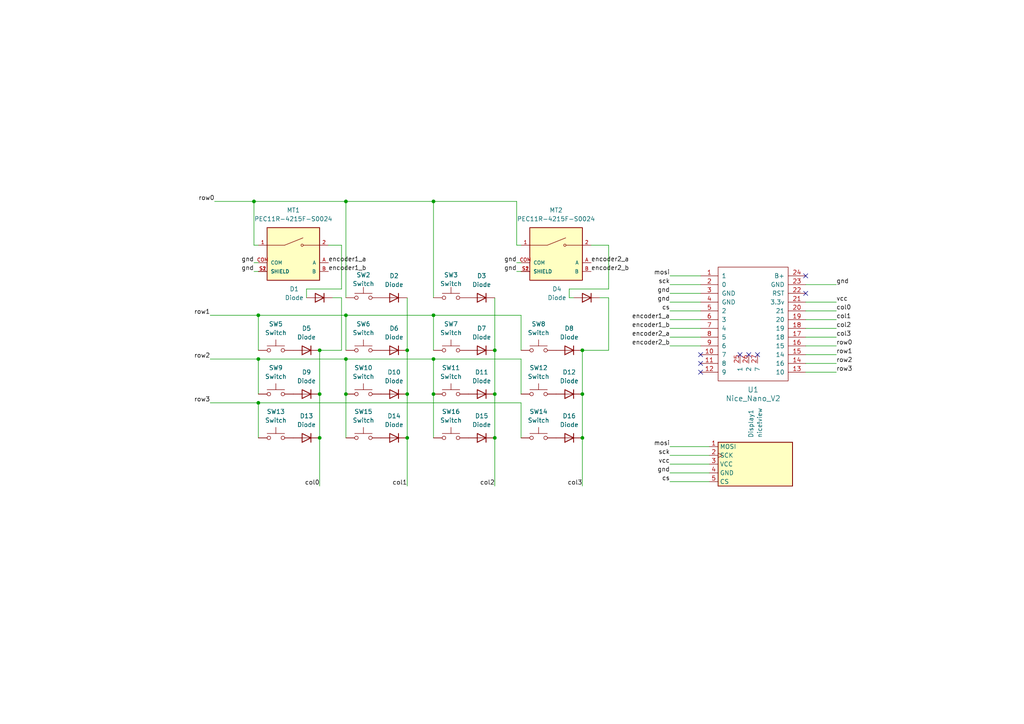
<source format=kicad_sch>
(kicad_sch
	(version 20250114)
	(generator "eeschema")
	(generator_version "9.0")
	(uuid "248ee613-8efc-4a5e-948c-335873ee9067")
	(paper "A4")
	(lib_symbols
		(symbol "Diode:1N4148W"
			(pin_numbers
				(hide yes)
			)
			(pin_names
				(hide yes)
			)
			(exclude_from_sim no)
			(in_bom yes)
			(on_board yes)
			(property "Reference" "D"
				(at 0 2.54 0)
				(effects
					(font
						(size 1.27 1.27)
					)
				)
			)
			(property "Value" "1N4148W"
				(at 0 -2.54 0)
				(effects
					(font
						(size 1.27 1.27)
					)
				)
			)
			(property "Footprint" "Diode_SMD:D_SOD-123"
				(at 0 -4.445 0)
				(effects
					(font
						(size 1.27 1.27)
					)
					(hide yes)
				)
			)
			(property "Datasheet" "https://www.vishay.com/docs/85748/1n4148w.pdf"
				(at 0 0 0)
				(effects
					(font
						(size 1.27 1.27)
					)
					(hide yes)
				)
			)
			(property "Description" "75V 0.15A Fast Switching Diode, SOD-123"
				(at 0 0 0)
				(effects
					(font
						(size 1.27 1.27)
					)
					(hide yes)
				)
			)
			(property "Sim.Device" "D"
				(at 0 0 0)
				(effects
					(font
						(size 1.27 1.27)
					)
					(hide yes)
				)
			)
			(property "Sim.Pins" "1=K 2=A"
				(at 0 0 0)
				(effects
					(font
						(size 1.27 1.27)
					)
					(hide yes)
				)
			)
			(property "ki_keywords" "diode"
				(at 0 0 0)
				(effects
					(font
						(size 1.27 1.27)
					)
					(hide yes)
				)
			)
			(property "ki_fp_filters" "D*SOD?123*"
				(at 0 0 0)
				(effects
					(font
						(size 1.27 1.27)
					)
					(hide yes)
				)
			)
			(symbol "1N4148W_0_1"
				(polyline
					(pts
						(xy -1.27 1.27) (xy -1.27 -1.27)
					)
					(stroke
						(width 0.254)
						(type default)
					)
					(fill
						(type none)
					)
				)
				(polyline
					(pts
						(xy 1.27 1.27) (xy 1.27 -1.27) (xy -1.27 0) (xy 1.27 1.27)
					)
					(stroke
						(width 0.254)
						(type default)
					)
					(fill
						(type none)
					)
				)
				(polyline
					(pts
						(xy 1.27 0) (xy -1.27 0)
					)
					(stroke
						(width 0)
						(type default)
					)
					(fill
						(type none)
					)
				)
			)
			(symbol "1N4148W_1_1"
				(pin passive line
					(at -3.81 0 0)
					(length 2.54)
					(name "K"
						(effects
							(font
								(size 1.27 1.27)
							)
						)
					)
					(number "1"
						(effects
							(font
								(size 1.27 1.27)
							)
						)
					)
				)
				(pin passive line
					(at 3.81 0 180)
					(length 2.54)
					(name "A"
						(effects
							(font
								(size 1.27 1.27)
							)
						)
					)
					(number "2"
						(effects
							(font
								(size 1.27 1.27)
							)
						)
					)
				)
			)
			(embedded_fonts no)
		)
		(symbol "PEC11R-4215F-S0024:PEC11R-4215F-S0024"
			(pin_names
				(offset 1.016)
			)
			(exclude_from_sim no)
			(in_bom yes)
			(on_board yes)
			(property "Reference" "MT"
				(at -7.62 8.89 0)
				(effects
					(font
						(size 1.27 1.27)
					)
					(justify left bottom)
				)
			)
			(property "Value" "PEC11R-4215F-S0024"
				(at -7.62 -8.89 0)
				(effects
					(font
						(size 1.27 1.27)
					)
					(justify left top)
				)
			)
			(property "Footprint" "PEC11R-4215F-S0024:XDCR_PEC11R-4215F-S0024"
				(at 0 0 0)
				(effects
					(font
						(size 1.27 1.27)
					)
					(justify bottom)
					(hide yes)
				)
			)
			(property "Datasheet" ""
				(at 0 0 0)
				(effects
					(font
						(size 1.27 1.27)
					)
					(hide yes)
				)
			)
			(property "Description" ""
				(at 0 0 0)
				(effects
					(font
						(size 1.27 1.27)
					)
					(hide yes)
				)
			)
			(property "MF" "Bourns"
				(at 0 0 0)
				(effects
					(font
						(size 1.27 1.27)
					)
					(justify bottom)
					(hide yes)
				)
			)
			(property "MAXIMUM_PACKAGE_HEIGHT" "21.5 mm"
				(at 0 0 0)
				(effects
					(font
						(size 1.27 1.27)
					)
					(justify bottom)
					(hide yes)
				)
			)
			(property "Package" "None"
				(at 0 0 0)
				(effects
					(font
						(size 1.27 1.27)
					)
					(justify bottom)
					(hide yes)
				)
			)
			(property "Price" "None"
				(at 0 0 0)
				(effects
					(font
						(size 1.27 1.27)
					)
					(justify bottom)
					(hide yes)
				)
			)
			(property "Check_prices" "https://www.snapeda.com/parts/PEC11R-4215F-S0024/Bourns/view-part/?ref=eda"
				(at 0 0 0)
				(effects
					(font
						(size 1.27 1.27)
					)
					(justify bottom)
					(hide yes)
				)
			)
			(property "STANDARD" "Manufacturer Recommendations"
				(at 0 0 0)
				(effects
					(font
						(size 1.27 1.27)
					)
					(justify bottom)
					(hide yes)
				)
			)
			(property "PARTREV" "Rev. 09/19"
				(at 0 0 0)
				(effects
					(font
						(size 1.27 1.27)
					)
					(justify bottom)
					(hide yes)
				)
			)
			(property "SnapEDA_Link" "https://www.snapeda.com/parts/PEC11R-4215F-S0024/Bourns/view-part/?ref=snap"
				(at 0 0 0)
				(effects
					(font
						(size 1.27 1.27)
					)
					(justify bottom)
					(hide yes)
				)
			)
			(property "MP" "PEC11R-4215F-S0024"
				(at 0 0 0)
				(effects
					(font
						(size 1.27 1.27)
					)
					(justify bottom)
					(hide yes)
				)
			)
			(property "Description_1" "Encoder,Rotary,24 Detents,15 mm, Shaft,Switch | Bourns PEC11R-4215F-S0024"
				(at 0 0 0)
				(effects
					(font
						(size 1.27 1.27)
					)
					(justify bottom)
					(hide yes)
				)
			)
			(property "Availability" "In Stock"
				(at 0 0 0)
				(effects
					(font
						(size 1.27 1.27)
					)
					(justify bottom)
					(hide yes)
				)
			)
			(property "MANUFACTURER" "J.W.Miller/Bourns"
				(at 0 0 0)
				(effects
					(font
						(size 1.27 1.27)
					)
					(justify bottom)
					(hide yes)
				)
			)
			(symbol "PEC11R-4215F-S0024_0_0"
				(rectangle
					(start -7.62 -7.62)
					(end 7.62 7.62)
					(stroke
						(width 0.254)
						(type default)
					)
					(fill
						(type background)
					)
				)
				(polyline
					(pts
						(xy -2.54 2.54) (xy -7.62 2.54)
					)
					(stroke
						(width 0.1524)
						(type default)
					)
					(fill
						(type none)
					)
				)
				(polyline
					(pts
						(xy -2.54 2.54) (xy 2.794 4.6736)
					)
					(stroke
						(width 0.1524)
						(type default)
					)
					(fill
						(type none)
					)
				)
				(circle
					(center 2.54 2.54)
					(radius 0.3302)
					(stroke
						(width 0.1524)
						(type default)
					)
					(fill
						(type none)
					)
				)
				(polyline
					(pts
						(xy 7.62 2.54) (xy 2.921 2.54)
					)
					(stroke
						(width 0.1524)
						(type default)
					)
					(fill
						(type none)
					)
				)
				(pin passive line
					(at -10.16 2.54 0)
					(length 2.54)
					(name "~"
						(effects
							(font
								(size 1.016 1.016)
							)
						)
					)
					(number "1"
						(effects
							(font
								(size 1.016 1.016)
							)
						)
					)
				)
				(pin passive line
					(at -10.16 -2.54 0)
					(length 2.54)
					(name "COM"
						(effects
							(font
								(size 1.016 1.016)
							)
						)
					)
					(number "COM"
						(effects
							(font
								(size 1.016 1.016)
							)
						)
					)
				)
				(pin passive line
					(at -10.16 -5.08 0)
					(length 2.54)
					(name "SHIELD"
						(effects
							(font
								(size 1.016 1.016)
							)
						)
					)
					(number "S1"
						(effects
							(font
								(size 1.016 1.016)
							)
						)
					)
				)
				(pin passive line
					(at -10.16 -5.08 0)
					(length 2.54)
					(name "SHIELD"
						(effects
							(font
								(size 1.016 1.016)
							)
						)
					)
					(number "S2"
						(effects
							(font
								(size 1.016 1.016)
							)
						)
					)
				)
				(pin passive line
					(at 10.16 2.54 180)
					(length 2.54)
					(name "~"
						(effects
							(font
								(size 1.016 1.016)
							)
						)
					)
					(number "2"
						(effects
							(font
								(size 1.016 1.016)
							)
						)
					)
				)
				(pin passive line
					(at 10.16 -2.54 180)
					(length 2.54)
					(name "A"
						(effects
							(font
								(size 1.016 1.016)
							)
						)
					)
					(number "A"
						(effects
							(font
								(size 1.016 1.016)
							)
						)
					)
				)
				(pin passive line
					(at 10.16 -5.08 180)
					(length 2.54)
					(name "B"
						(effects
							(font
								(size 1.016 1.016)
							)
						)
					)
					(number "B"
						(effects
							(font
								(size 1.016 1.016)
							)
						)
					)
				)
			)
			(embedded_fonts no)
		)
		(symbol "ScottoKeebs:MCU_Nice_Nano_V2"
			(pin_names
				(offset 1.016)
			)
			(exclude_from_sim no)
			(in_bom yes)
			(on_board yes)
			(property "Reference" "U"
				(at 0 0 0)
				(effects
					(font
						(size 1.524 1.524)
					)
				)
			)
			(property "Value" "Nice_Nano_V2"
				(at 0 -19.05 0)
				(effects
					(font
						(size 1.524 1.524)
					)
				)
			)
			(property "Footprint" "ScottoKeebs_MCU:Nice_Nano_V2"
				(at 0 -22.86 0)
				(effects
					(font
						(size 1.524 1.524)
					)
					(hide yes)
				)
			)
			(property "Datasheet" ""
				(at 26.67 -63.5 90)
				(effects
					(font
						(size 1.524 1.524)
					)
					(hide yes)
				)
			)
			(property "Description" ""
				(at 0 0 0)
				(effects
					(font
						(size 1.27 1.27)
					)
					(hide yes)
				)
			)
			(symbol "MCU_Nice_Nano_V2_0_1"
				(rectangle
					(start -10.16 16.51)
					(end 10.16 -16.51)
					(stroke
						(width 0)
						(type solid)
					)
					(fill
						(type none)
					)
				)
			)
			(symbol "MCU_Nice_Nano_V2_1_1"
				(pin bidirectional line
					(at -15.24 13.97 0)
					(length 5.08)
					(name "1"
						(effects
							(font
								(size 1.27 1.27)
							)
						)
					)
					(number "1"
						(effects
							(font
								(size 1.27 1.27)
							)
						)
					)
				)
				(pin bidirectional line
					(at -15.24 11.43 0)
					(length 5.08)
					(name "0"
						(effects
							(font
								(size 1.27 1.27)
							)
						)
					)
					(number "2"
						(effects
							(font
								(size 1.27 1.27)
							)
						)
					)
				)
				(pin power_in line
					(at -15.24 8.89 0)
					(length 5.08)
					(name "GND"
						(effects
							(font
								(size 1.27 1.27)
							)
						)
					)
					(number "3"
						(effects
							(font
								(size 1.27 1.27)
							)
						)
					)
				)
				(pin power_in line
					(at -15.24 6.35 0)
					(length 5.08)
					(name "GND"
						(effects
							(font
								(size 1.27 1.27)
							)
						)
					)
					(number "4"
						(effects
							(font
								(size 1.27 1.27)
							)
						)
					)
				)
				(pin bidirectional line
					(at -15.24 3.81 0)
					(length 5.08)
					(name "2"
						(effects
							(font
								(size 1.27 1.27)
							)
						)
					)
					(number "5"
						(effects
							(font
								(size 1.27 1.27)
							)
						)
					)
				)
				(pin bidirectional line
					(at -15.24 1.27 0)
					(length 5.08)
					(name "3"
						(effects
							(font
								(size 1.27 1.27)
							)
						)
					)
					(number "6"
						(effects
							(font
								(size 1.27 1.27)
							)
						)
					)
				)
				(pin bidirectional line
					(at -15.24 -1.27 0)
					(length 5.08)
					(name "4"
						(effects
							(font
								(size 1.27 1.27)
							)
						)
					)
					(number "7"
						(effects
							(font
								(size 1.27 1.27)
							)
						)
					)
				)
				(pin bidirectional line
					(at -15.24 -3.81 0)
					(length 5.08)
					(name "5"
						(effects
							(font
								(size 1.27 1.27)
							)
						)
					)
					(number "8"
						(effects
							(font
								(size 1.27 1.27)
							)
						)
					)
				)
				(pin bidirectional line
					(at -15.24 -6.35 0)
					(length 5.08)
					(name "6"
						(effects
							(font
								(size 1.27 1.27)
							)
						)
					)
					(number "9"
						(effects
							(font
								(size 1.27 1.27)
							)
						)
					)
				)
				(pin bidirectional line
					(at -15.24 -8.89 0)
					(length 5.08)
					(name "7"
						(effects
							(font
								(size 1.27 1.27)
							)
						)
					)
					(number "10"
						(effects
							(font
								(size 1.27 1.27)
							)
						)
					)
				)
				(pin bidirectional line
					(at -15.24 -11.43 0)
					(length 5.08)
					(name "8"
						(effects
							(font
								(size 1.27 1.27)
							)
						)
					)
					(number "11"
						(effects
							(font
								(size 1.27 1.27)
							)
						)
					)
				)
				(pin bidirectional line
					(at -15.24 -13.97 0)
					(length 5.08)
					(name "9"
						(effects
							(font
								(size 1.27 1.27)
							)
						)
					)
					(number "12"
						(effects
							(font
								(size 1.27 1.27)
							)
						)
					)
				)
				(pin bidirectional line
					(at -3.81 -8.89 270)
					(length 2.5)
					(name "1"
						(effects
							(font
								(size 1.27 1.27)
							)
						)
					)
					(number "25"
						(effects
							(font
								(size 1.27 1.27)
							)
						)
					)
				)
				(pin bidirectional line
					(at -1.27 -8.89 270)
					(length 2.5)
					(name "2"
						(effects
							(font
								(size 1.27 1.27)
							)
						)
					)
					(number "26"
						(effects
							(font
								(size 1.27 1.27)
							)
						)
					)
				)
				(pin bidirectional line
					(at 1.27 -8.89 270)
					(length 2.5)
					(name "7"
						(effects
							(font
								(size 1.27 1.27)
							)
						)
					)
					(number "27"
						(effects
							(font
								(size 1.27 1.27)
							)
						)
					)
				)
				(pin power_in line
					(at 15.24 13.97 180)
					(length 5.08)
					(name "B+"
						(effects
							(font
								(size 1.27 1.27)
							)
						)
					)
					(number "24"
						(effects
							(font
								(size 1.27 1.27)
							)
						)
					)
				)
				(pin power_in line
					(at 15.24 11.43 180)
					(length 5.08)
					(name "GND"
						(effects
							(font
								(size 1.27 1.27)
							)
						)
					)
					(number "23"
						(effects
							(font
								(size 1.27 1.27)
							)
						)
					)
				)
				(pin input line
					(at 15.24 8.89 180)
					(length 5.08)
					(name "RST"
						(effects
							(font
								(size 1.27 1.27)
							)
						)
					)
					(number "22"
						(effects
							(font
								(size 1.27 1.27)
							)
						)
					)
				)
				(pin power_out line
					(at 15.24 6.35 180)
					(length 5.08)
					(name "3.3v"
						(effects
							(font
								(size 1.27 1.27)
							)
						)
					)
					(number "21"
						(effects
							(font
								(size 1.27 1.27)
							)
						)
					)
				)
				(pin bidirectional line
					(at 15.24 3.81 180)
					(length 5.08)
					(name "21"
						(effects
							(font
								(size 1.27 1.27)
							)
						)
					)
					(number "20"
						(effects
							(font
								(size 1.27 1.27)
							)
						)
					)
				)
				(pin bidirectional line
					(at 15.24 1.27 180)
					(length 5.08)
					(name "20"
						(effects
							(font
								(size 1.27 1.27)
							)
						)
					)
					(number "19"
						(effects
							(font
								(size 1.27 1.27)
							)
						)
					)
				)
				(pin bidirectional line
					(at 15.24 -1.27 180)
					(length 5.08)
					(name "19"
						(effects
							(font
								(size 1.27 1.27)
							)
						)
					)
					(number "18"
						(effects
							(font
								(size 1.27 1.27)
							)
						)
					)
				)
				(pin bidirectional line
					(at 15.24 -3.81 180)
					(length 5.08)
					(name "18"
						(effects
							(font
								(size 1.27 1.27)
							)
						)
					)
					(number "17"
						(effects
							(font
								(size 1.27 1.27)
							)
						)
					)
				)
				(pin bidirectional line
					(at 15.24 -6.35 180)
					(length 5.08)
					(name "15"
						(effects
							(font
								(size 1.27 1.27)
							)
						)
					)
					(number "16"
						(effects
							(font
								(size 1.27 1.27)
							)
						)
					)
				)
				(pin bidirectional line
					(at 15.24 -8.89 180)
					(length 5.08)
					(name "14"
						(effects
							(font
								(size 1.27 1.27)
							)
						)
					)
					(number "15"
						(effects
							(font
								(size 1.27 1.27)
							)
						)
					)
				)
				(pin bidirectional line
					(at 15.24 -11.43 180)
					(length 5.08)
					(name "16"
						(effects
							(font
								(size 1.27 1.27)
							)
						)
					)
					(number "14"
						(effects
							(font
								(size 1.27 1.27)
							)
						)
					)
				)
				(pin bidirectional line
					(at 15.24 -13.97 180)
					(length 5.08)
					(name "10"
						(effects
							(font
								(size 1.27 1.27)
							)
						)
					)
					(number "13"
						(effects
							(font
								(size 1.27 1.27)
							)
						)
					)
				)
			)
			(embedded_fonts no)
		)
		(symbol "ScottoKeebs:Placeholder_Switch"
			(pin_numbers
				(hide yes)
			)
			(pin_names
				(offset 1.016)
				(hide yes)
			)
			(exclude_from_sim no)
			(in_bom yes)
			(on_board yes)
			(property "Reference" "SW"
				(at 1.27 2.54 0)
				(effects
					(font
						(size 1.27 1.27)
					)
					(justify left)
				)
			)
			(property "Value" "Switch"
				(at 0 -1.524 0)
				(effects
					(font
						(size 1.27 1.27)
					)
				)
			)
			(property "Footprint" ""
				(at 0 5.08 0)
				(effects
					(font
						(size 1.27 1.27)
					)
					(hide yes)
				)
			)
			(property "Datasheet" "~"
				(at 0 5.08 0)
				(effects
					(font
						(size 1.27 1.27)
					)
					(hide yes)
				)
			)
			(property "Description" "Push button switch, generic, two pins"
				(at 0 0 0)
				(effects
					(font
						(size 1.27 1.27)
					)
					(hide yes)
				)
			)
			(property "ki_keywords" "switch normally-open pushbutton push-button"
				(at 0 0 0)
				(effects
					(font
						(size 1.27 1.27)
					)
					(hide yes)
				)
			)
			(symbol "Placeholder_Switch_0_1"
				(circle
					(center -2.032 0)
					(radius 0.508)
					(stroke
						(width 0)
						(type default)
					)
					(fill
						(type none)
					)
				)
				(polyline
					(pts
						(xy 0 1.27) (xy 0 3.048)
					)
					(stroke
						(width 0)
						(type default)
					)
					(fill
						(type none)
					)
				)
				(circle
					(center 2.032 0)
					(radius 0.508)
					(stroke
						(width 0)
						(type default)
					)
					(fill
						(type none)
					)
				)
				(polyline
					(pts
						(xy 2.54 1.27) (xy -2.54 1.27)
					)
					(stroke
						(width 0)
						(type default)
					)
					(fill
						(type none)
					)
				)
				(pin passive line
					(at -5.08 0 0)
					(length 2.54)
					(name "1"
						(effects
							(font
								(size 1.27 1.27)
							)
						)
					)
					(number "1"
						(effects
							(font
								(size 1.27 1.27)
							)
						)
					)
				)
				(pin passive line
					(at 5.08 0 180)
					(length 2.54)
					(name "2"
						(effects
							(font
								(size 1.27 1.27)
							)
						)
					)
					(number "2"
						(effects
							(font
								(size 1.27 1.27)
							)
						)
					)
				)
			)
			(embedded_fonts no)
		)
		(symbol "nice_view:nice!view"
			(exclude_from_sim no)
			(in_bom yes)
			(on_board yes)
			(property "Reference" "Display"
				(at 0 12.7 0)
				(effects
					(font
						(size 1.27 1.27)
					)
					(justify bottom)
				)
			)
			(property "Value" "nice!view"
				(at 0 0 0)
				(effects
					(font
						(size 1.27 1.27)
					)
				)
			)
			(property "Footprint" "nice_view:nice_view"
				(at 0 16.51 0)
				(effects
					(font
						(size 1.27 1.27)
					)
					(hide yes)
				)
			)
			(property "Datasheet" "https://nicekeyboards.com/docs/nice-view/pinout-schematic"
				(at 2.54 -25.4 0)
				(effects
					(font
						(size 1.27 1.27)
					)
					(hide yes)
				)
			)
			(property "Description" "Sharp LS011B7DH03 Memory in Pixel 160x68"
				(at 0 0 0)
				(effects
					(font
						(size 1.27 1.27)
					)
					(hide yes)
				)
			)
			(property "ki_keywords" "display MIP 36x14"
				(at 0 0 0)
				(effects
					(font
						(size 1.27 1.27)
					)
					(hide yes)
				)
			)
			(property "ki_fp_filters" "nice*"
				(at 0 0 0)
				(effects
					(font
						(size 1.27 1.27)
					)
					(hide yes)
				)
			)
			(symbol "nice!view_0_1"
				(rectangle
					(start -6.35 11.43)
					(end 6.35 -10.16)
					(stroke
						(width 0.254)
						(type default)
					)
					(fill
						(type background)
					)
				)
			)
			(symbol "nice!view_1_1"
				(pin input line
					(at -5.08 -12.7 90)
					(length 2.54)
					(name "MOSI"
						(effects
							(font
								(size 1.27 1.27)
							)
						)
					)
					(number "1"
						(effects
							(font
								(size 1.27 1.27)
							)
						)
					)
				)
				(pin input clock
					(at -2.54 -12.7 90)
					(length 2.54)
					(name "SCK"
						(effects
							(font
								(size 1.27 1.27)
							)
						)
					)
					(number "2"
						(effects
							(font
								(size 1.27 1.27)
							)
						)
					)
				)
				(pin power_in line
					(at 0 -12.7 90)
					(length 2.54)
					(name "VCC"
						(effects
							(font
								(size 1.27 1.27)
							)
						)
					)
					(number "3"
						(effects
							(font
								(size 1.27 1.27)
							)
						)
					)
				)
				(pin power_out line
					(at 2.54 -12.7 90)
					(length 2.54)
					(name "GND"
						(effects
							(font
								(size 1.27 1.27)
							)
						)
					)
					(number "4"
						(effects
							(font
								(size 1.27 1.27)
							)
						)
					)
				)
				(pin passive line
					(at 5.08 -12.7 90)
					(length 2.54)
					(name "CS"
						(effects
							(font
								(size 1.27 1.27)
							)
						)
					)
					(number "5"
						(effects
							(font
								(size 1.27 1.27)
							)
						)
					)
				)
			)
			(embedded_fonts no)
		)
	)
	(junction
		(at 168.91 114.3)
		(diameter 0)
		(color 0 0 0 0)
		(uuid "0c3895fb-7c5c-4aa0-91c0-3a2ccae3a48e")
	)
	(junction
		(at 73.66 58.42)
		(diameter 0)
		(color 0 0 0 0)
		(uuid "13d951cb-0148-454b-b571-f4e3e526b550")
	)
	(junction
		(at 100.33 104.14)
		(diameter 0)
		(color 0 0 0 0)
		(uuid "1516d4bc-8b0a-4538-b584-4acbbb17f573")
	)
	(junction
		(at 118.11 114.3)
		(diameter 0)
		(color 0 0 0 0)
		(uuid "15c8d616-564c-46c9-8acf-93067d69dcd8")
	)
	(junction
		(at 125.73 91.44)
		(diameter 0)
		(color 0 0 0 0)
		(uuid "28b49a0d-724d-4ef9-bcac-9d3e0dd7ba08")
	)
	(junction
		(at 118.11 127)
		(diameter 0)
		(color 0 0 0 0)
		(uuid "329e9c99-0a95-4ba2-a31c-aff77e9b49cc")
	)
	(junction
		(at 92.71 114.3)
		(diameter 0)
		(color 0 0 0 0)
		(uuid "35495a8d-9481-41e4-bba8-0895395ec6b7")
	)
	(junction
		(at 143.51 127)
		(diameter 0)
		(color 0 0 0 0)
		(uuid "40f5cda4-36d9-4313-9043-5f8716a9f3c1")
	)
	(junction
		(at 125.73 58.42)
		(diameter 0)
		(color 0 0 0 0)
		(uuid "45041de1-c335-4190-8cc5-ca91992d4a50")
	)
	(junction
		(at 100.33 91.44)
		(diameter 0)
		(color 0 0 0 0)
		(uuid "4c62ee07-4068-4288-b899-9c029d8ec8ac")
	)
	(junction
		(at 74.93 104.14)
		(diameter 0)
		(color 0 0 0 0)
		(uuid "50619575-afdb-454f-ac24-38fe078177a5")
	)
	(junction
		(at 168.91 101.6)
		(diameter 0)
		(color 0 0 0 0)
		(uuid "5b13bfbb-8448-4c56-88ab-413261ec66c4")
	)
	(junction
		(at 125.73 104.14)
		(diameter 0)
		(color 0 0 0 0)
		(uuid "6cbe5eee-cafd-4f6a-bfbd-73ee1c51684b")
	)
	(junction
		(at 74.93 91.44)
		(diameter 0)
		(color 0 0 0 0)
		(uuid "6dc51f63-bdc5-4842-a652-0360b194ab75")
	)
	(junction
		(at 92.71 127)
		(diameter 0)
		(color 0 0 0 0)
		(uuid "80530ccd-93a2-4f29-ae66-ab87428b7544")
	)
	(junction
		(at 92.71 101.6)
		(diameter 0)
		(color 0 0 0 0)
		(uuid "8efc4228-f80c-4ba3-b037-75571d97053f")
	)
	(junction
		(at 143.51 101.6)
		(diameter 0)
		(color 0 0 0 0)
		(uuid "99885165-d1a5-456e-a064-731541f35cea")
	)
	(junction
		(at 100.33 114.3)
		(diameter 0)
		(color 0 0 0 0)
		(uuid "a386ab28-f57d-4838-b116-7f2614cda79c")
	)
	(junction
		(at 168.91 127)
		(diameter 0)
		(color 0 0 0 0)
		(uuid "a3e17edd-3e7b-4eee-9ce4-1f145f573811")
	)
	(junction
		(at 100.33 58.42)
		(diameter 0)
		(color 0 0 0 0)
		(uuid "c354a9bd-4e0d-426b-862f-32eeb514d000")
	)
	(junction
		(at 74.93 116.84)
		(diameter 0)
		(color 0 0 0 0)
		(uuid "dd476509-0dd7-4aef-96a7-3417bbaeba8f")
	)
	(junction
		(at 125.73 114.3)
		(diameter 0)
		(color 0 0 0 0)
		(uuid "df751f0d-7df6-4aef-92b1-b5df24d023d5")
	)
	(junction
		(at 118.11 101.6)
		(diameter 0)
		(color 0 0 0 0)
		(uuid "f9e78c7c-9e9d-4eef-a552-ef85518d162c")
	)
	(junction
		(at 143.51 114.3)
		(diameter 0)
		(color 0 0 0 0)
		(uuid "fe140247-ceaf-41a5-b331-796e44725ac7")
	)
	(no_connect
		(at 217.17 102.87)
		(uuid "06c3ac9f-ee4c-4363-b880-7de6c94b30e3")
	)
	(no_connect
		(at 203.2 107.95)
		(uuid "167632ff-2697-4ef0-a60e-9c0ac0ddebc8")
	)
	(no_connect
		(at 203.2 102.87)
		(uuid "27f8f349-3684-4f5a-88ed-dd2d78094d96")
	)
	(no_connect
		(at 219.71 102.87)
		(uuid "7120c090-7c38-4348-b4d5-f4e8709556e3")
	)
	(no_connect
		(at 233.68 85.09)
		(uuid "9279ea31-dd3c-405b-a005-e0961e4c4129")
	)
	(no_connect
		(at 203.2 105.41)
		(uuid "a8c09836-4fcb-4fc5-bc5d-0e98509478f8")
	)
	(no_connect
		(at 233.68 80.01)
		(uuid "d7ac075f-574e-445c-8fee-61ce56634354")
	)
	(no_connect
		(at 214.63 102.87)
		(uuid "dbf4d03f-4cd7-4608-8e95-fa3d739bd3d1")
	)
	(wire
		(pts
			(xy 194.31 97.79) (xy 203.2 97.79)
		)
		(stroke
			(width 0)
			(type default)
		)
		(uuid "0642e8c4-b222-4352-a9ae-bad8494ad8c0")
	)
	(wire
		(pts
			(xy 203.2 82.55) (xy 194.31 82.55)
		)
		(stroke
			(width 0)
			(type default)
		)
		(uuid "0af51ba1-c533-4e2e-b293-a30be624a1a1")
	)
	(wire
		(pts
			(xy 125.73 104.14) (xy 125.73 114.3)
		)
		(stroke
			(width 0)
			(type default)
		)
		(uuid "0fd410fe-62c7-4b0c-a9a2-7694ece334f3")
	)
	(wire
		(pts
			(xy 151.13 91.44) (xy 151.13 101.6)
		)
		(stroke
			(width 0)
			(type default)
		)
		(uuid "12d29402-0ac5-4384-a669-28c3c64b2044")
	)
	(wire
		(pts
			(xy 176.53 83.82) (xy 165.1 83.82)
		)
		(stroke
			(width 0)
			(type default)
		)
		(uuid "1354d39d-7250-4ae6-aa54-5517c78d3ac7")
	)
	(wire
		(pts
			(xy 125.73 58.42) (xy 149.86 58.42)
		)
		(stroke
			(width 0)
			(type default)
		)
		(uuid "147dedf8-f125-48ac-af1e-bb41883599df")
	)
	(wire
		(pts
			(xy 176.53 86.36) (xy 176.53 101.6)
		)
		(stroke
			(width 0)
			(type default)
		)
		(uuid "15200d5f-c1ad-4302-af56-7804d04c403a")
	)
	(wire
		(pts
			(xy 118.11 86.36) (xy 118.11 101.6)
		)
		(stroke
			(width 0)
			(type default)
		)
		(uuid "17224951-0c4b-45ad-ac46-64026c3bb2e2")
	)
	(wire
		(pts
			(xy 151.13 116.84) (xy 151.13 127)
		)
		(stroke
			(width 0)
			(type default)
		)
		(uuid "1cb0e4e7-d249-4199-b7de-ca7dd85cc910")
	)
	(wire
		(pts
			(xy 73.66 71.12) (xy 74.93 71.12)
		)
		(stroke
			(width 0)
			(type default)
		)
		(uuid "1e33b643-7e78-438f-ba1f-8614fe5812bd")
	)
	(wire
		(pts
			(xy 118.11 114.3) (xy 118.11 127)
		)
		(stroke
			(width 0)
			(type default)
		)
		(uuid "1ed461f7-ec9c-495b-a5fe-7d9ee777eb77")
	)
	(wire
		(pts
			(xy 242.57 82.55) (xy 233.68 82.55)
		)
		(stroke
			(width 0)
			(type default)
		)
		(uuid "1ef97750-5dda-4bb6-8815-613768f61319")
	)
	(wire
		(pts
			(xy 242.57 100.33) (xy 233.68 100.33)
		)
		(stroke
			(width 0)
			(type default)
		)
		(uuid "206bdd54-4270-4fd1-829d-a0ce923f3a74")
	)
	(wire
		(pts
			(xy 233.68 92.71) (xy 242.57 92.71)
		)
		(stroke
			(width 0)
			(type default)
		)
		(uuid "24902e4d-8303-462a-b2c7-cee5ff85e1bd")
	)
	(wire
		(pts
			(xy 118.11 127) (xy 118.11 140.97)
		)
		(stroke
			(width 0)
			(type default)
		)
		(uuid "293182bb-4aaf-467a-9cc5-087b674f4e1e")
	)
	(wire
		(pts
			(xy 194.31 134.62) (xy 205.74 134.62)
		)
		(stroke
			(width 0)
			(type default)
		)
		(uuid "2b19a03d-f06a-46dd-a9ce-85dc74f5d178")
	)
	(wire
		(pts
			(xy 100.33 58.42) (xy 100.33 86.36)
		)
		(stroke
			(width 0)
			(type default)
		)
		(uuid "2e991c48-84b5-43e8-a7c2-ac8e4c277dae")
	)
	(wire
		(pts
			(xy 92.71 101.6) (xy 92.71 114.3)
		)
		(stroke
			(width 0)
			(type default)
		)
		(uuid "32ef8f13-ee68-4e23-8e49-257940460c79")
	)
	(wire
		(pts
			(xy 74.93 91.44) (xy 74.93 101.6)
		)
		(stroke
			(width 0)
			(type default)
		)
		(uuid "36ba119e-a31a-449f-bda8-f3f136ef798c")
	)
	(wire
		(pts
			(xy 194.31 95.25) (xy 203.2 95.25)
		)
		(stroke
			(width 0)
			(type default)
		)
		(uuid "37426158-318d-468c-afd2-eea17edd397e")
	)
	(wire
		(pts
			(xy 194.31 90.17) (xy 203.2 90.17)
		)
		(stroke
			(width 0)
			(type default)
		)
		(uuid "3effebb0-4b17-4a0e-99b5-ce5b5e5951d0")
	)
	(wire
		(pts
			(xy 242.57 105.41) (xy 233.68 105.41)
		)
		(stroke
			(width 0)
			(type default)
		)
		(uuid "3fe9ef68-4ecd-4e02-b1ba-c94945a02448")
	)
	(wire
		(pts
			(xy 100.33 104.14) (xy 100.33 114.3)
		)
		(stroke
			(width 0)
			(type default)
		)
		(uuid "40149225-6cfd-408e-9585-f72c283cce2b")
	)
	(wire
		(pts
			(xy 100.33 104.14) (xy 125.73 104.14)
		)
		(stroke
			(width 0)
			(type default)
		)
		(uuid "42ffaee8-a863-4668-8634-eb8df54f0708")
	)
	(wire
		(pts
			(xy 194.31 132.08) (xy 205.74 132.08)
		)
		(stroke
			(width 0)
			(type default)
		)
		(uuid "439c2498-58bf-4b1e-83e2-2c1030b3b14d")
	)
	(wire
		(pts
			(xy 173.99 86.36) (xy 176.53 86.36)
		)
		(stroke
			(width 0)
			(type default)
		)
		(uuid "4b150294-4736-47f6-bbfd-29ecd71c6ea8")
	)
	(wire
		(pts
			(xy 88.9 83.82) (xy 88.9 86.36)
		)
		(stroke
			(width 0)
			(type default)
		)
		(uuid "4c91869c-f501-41c1-8e8b-d26b87c89c5f")
	)
	(wire
		(pts
			(xy 99.06 83.82) (xy 88.9 83.82)
		)
		(stroke
			(width 0)
			(type default)
		)
		(uuid "4efa8185-9da4-4ab0-af20-84fc317e83e2")
	)
	(wire
		(pts
			(xy 73.66 76.2) (xy 74.93 76.2)
		)
		(stroke
			(width 0)
			(type default)
		)
		(uuid "4faa7031-9a83-47bd-a92a-ffa412d59ab4")
	)
	(wire
		(pts
			(xy 100.33 58.42) (xy 125.73 58.42)
		)
		(stroke
			(width 0)
			(type default)
		)
		(uuid "51b4d4a8-adee-4ff8-9cc5-3e52cb877ce2")
	)
	(wire
		(pts
			(xy 149.86 58.42) (xy 149.86 71.12)
		)
		(stroke
			(width 0)
			(type default)
		)
		(uuid "54644c05-1bec-47ed-bbe3-65d5c984b125")
	)
	(wire
		(pts
			(xy 233.68 97.79) (xy 242.57 97.79)
		)
		(stroke
			(width 0)
			(type default)
		)
		(uuid "554352d4-3b35-4797-8c7b-abbf4d20e992")
	)
	(wire
		(pts
			(xy 125.73 114.3) (xy 125.73 127)
		)
		(stroke
			(width 0)
			(type default)
		)
		(uuid "560a3915-263c-4383-91bc-4a7791677b1b")
	)
	(wire
		(pts
			(xy 168.91 127) (xy 168.91 140.97)
		)
		(stroke
			(width 0)
			(type default)
		)
		(uuid "56c49261-2547-4b96-9d93-8a1e6f3db8fe")
	)
	(wire
		(pts
			(xy 95.25 71.12) (xy 99.06 71.12)
		)
		(stroke
			(width 0)
			(type default)
		)
		(uuid "56d12f8e-c14f-4ae5-837c-01ecb2e7f694")
	)
	(wire
		(pts
			(xy 118.11 101.6) (xy 118.11 114.3)
		)
		(stroke
			(width 0)
			(type default)
		)
		(uuid "609fc11b-0071-4f51-98d3-1299dceb0b58")
	)
	(wire
		(pts
			(xy 233.68 87.63) (xy 242.57 87.63)
		)
		(stroke
			(width 0)
			(type default)
		)
		(uuid "6d52c652-aabe-4658-ada2-0e692e1bfe7d")
	)
	(wire
		(pts
			(xy 60.96 91.44) (xy 74.93 91.44)
		)
		(stroke
			(width 0)
			(type default)
		)
		(uuid "6e7d7b4f-9a23-4bd3-b97d-a3872f89bd80")
	)
	(wire
		(pts
			(xy 151.13 104.14) (xy 151.13 114.3)
		)
		(stroke
			(width 0)
			(type default)
		)
		(uuid "6f253c4d-7739-4806-8c98-7d76be19b181")
	)
	(wire
		(pts
			(xy 165.1 83.82) (xy 165.1 86.36)
		)
		(stroke
			(width 0)
			(type default)
		)
		(uuid "6fb7660b-31cb-41b6-b6b6-0d82409b2956")
	)
	(wire
		(pts
			(xy 125.73 104.14) (xy 151.13 104.14)
		)
		(stroke
			(width 0)
			(type default)
		)
		(uuid "752b9a3b-1a66-4b11-bd47-31bd0ef2791a")
	)
	(wire
		(pts
			(xy 168.91 101.6) (xy 168.91 114.3)
		)
		(stroke
			(width 0)
			(type default)
		)
		(uuid "76241f1a-be77-4acd-890b-948db1f20e27")
	)
	(wire
		(pts
			(xy 143.51 114.3) (xy 143.51 127)
		)
		(stroke
			(width 0)
			(type default)
		)
		(uuid "77a6c5b2-5380-4565-8703-a900d180e823")
	)
	(wire
		(pts
			(xy 60.96 104.14) (xy 74.93 104.14)
		)
		(stroke
			(width 0)
			(type default)
		)
		(uuid "7ad5348e-049a-4e1b-9445-e2c8ecd776c0")
	)
	(wire
		(pts
			(xy 99.06 86.36) (xy 99.06 101.6)
		)
		(stroke
			(width 0)
			(type default)
		)
		(uuid "7baea25c-0266-45b0-b3ff-f0d98eab41d6")
	)
	(wire
		(pts
			(xy 194.31 87.63) (xy 203.2 87.63)
		)
		(stroke
			(width 0)
			(type default)
		)
		(uuid "7be0b3a8-0188-4ebb-84c9-b231bbbb6bb4")
	)
	(wire
		(pts
			(xy 92.71 127) (xy 92.71 140.97)
		)
		(stroke
			(width 0)
			(type default)
		)
		(uuid "7dac3d5e-810f-4abe-8c3b-cf172f33f0e9")
	)
	(wire
		(pts
			(xy 233.68 90.17) (xy 242.57 90.17)
		)
		(stroke
			(width 0)
			(type default)
		)
		(uuid "848c5017-5338-4607-81db-91830467742d")
	)
	(wire
		(pts
			(xy 125.73 58.42) (xy 125.73 86.36)
		)
		(stroke
			(width 0)
			(type default)
		)
		(uuid "84b336eb-a1c1-4bb2-9837-ad496ef238b1")
	)
	(wire
		(pts
			(xy 73.66 58.42) (xy 100.33 58.42)
		)
		(stroke
			(width 0)
			(type default)
		)
		(uuid "85001deb-d10e-4226-86e4-8013a35a69a7")
	)
	(wire
		(pts
			(xy 143.51 101.6) (xy 143.51 114.3)
		)
		(stroke
			(width 0)
			(type default)
		)
		(uuid "8d33ad3d-fea2-4af1-82ac-1aa662ed61d1")
	)
	(wire
		(pts
			(xy 149.86 78.74) (xy 151.13 78.74)
		)
		(stroke
			(width 0)
			(type default)
		)
		(uuid "8e249275-802b-4d7e-beea-c53e557257e7")
	)
	(wire
		(pts
			(xy 73.66 78.74) (xy 74.93 78.74)
		)
		(stroke
			(width 0)
			(type default)
		)
		(uuid "8e99fe82-4aa2-496d-ac49-402685bea06e")
	)
	(wire
		(pts
			(xy 194.31 92.71) (xy 203.2 92.71)
		)
		(stroke
			(width 0)
			(type default)
		)
		(uuid "94c2ae1f-8b09-4555-9f16-5b789611853e")
	)
	(wire
		(pts
			(xy 96.52 86.36) (xy 99.06 86.36)
		)
		(stroke
			(width 0)
			(type default)
		)
		(uuid "a00095c7-f949-4fbe-8e0f-b3b0b7d4547d")
	)
	(wire
		(pts
			(xy 74.93 104.14) (xy 74.93 114.3)
		)
		(stroke
			(width 0)
			(type default)
		)
		(uuid "a0b7d50b-b16e-4c22-9d77-fc3860eeb5b4")
	)
	(wire
		(pts
			(xy 171.45 71.12) (xy 176.53 71.12)
		)
		(stroke
			(width 0)
			(type default)
		)
		(uuid "a2994f54-c62e-42a8-9ba6-bf36c1276372")
	)
	(wire
		(pts
			(xy 168.91 114.3) (xy 168.91 127)
		)
		(stroke
			(width 0)
			(type default)
		)
		(uuid "a4b9cd56-919c-4fde-868d-2a39e4d6f71b")
	)
	(wire
		(pts
			(xy 194.31 137.16) (xy 205.74 137.16)
		)
		(stroke
			(width 0)
			(type default)
		)
		(uuid "aa6d725b-d8cb-4ed0-8c20-1ad2d5e8834f")
	)
	(wire
		(pts
			(xy 74.93 104.14) (xy 100.33 104.14)
		)
		(stroke
			(width 0)
			(type default)
		)
		(uuid "ad23f481-a2de-4e3f-9433-f86a7d1c707d")
	)
	(wire
		(pts
			(xy 74.93 91.44) (xy 100.33 91.44)
		)
		(stroke
			(width 0)
			(type default)
		)
		(uuid "b0adc4a9-9fb0-4c84-ad42-236c5deec7ec")
	)
	(wire
		(pts
			(xy 165.1 86.36) (xy 166.37 86.36)
		)
		(stroke
			(width 0)
			(type default)
		)
		(uuid "b325a4a7-56ce-4322-831f-c1365166e0c4")
	)
	(wire
		(pts
			(xy 149.86 76.2) (xy 151.13 76.2)
		)
		(stroke
			(width 0)
			(type default)
		)
		(uuid "ba725473-469c-4202-8cff-d607d2dbe343")
	)
	(wire
		(pts
			(xy 143.51 127) (xy 143.51 140.97)
		)
		(stroke
			(width 0)
			(type default)
		)
		(uuid "bc1562fb-7056-490a-8cd7-2916c966ab1c")
	)
	(wire
		(pts
			(xy 194.31 139.7) (xy 205.74 139.7)
		)
		(stroke
			(width 0)
			(type default)
		)
		(uuid "bfb9b616-7324-4b30-b433-ca07c1ffd1f9")
	)
	(wire
		(pts
			(xy 203.2 80.01) (xy 194.31 80.01)
		)
		(stroke
			(width 0)
			(type default)
		)
		(uuid "c1b4614b-1a18-4d79-b720-c6271e7f14eb")
	)
	(wire
		(pts
			(xy 194.31 85.09) (xy 203.2 85.09)
		)
		(stroke
			(width 0)
			(type default)
		)
		(uuid "c3f98280-78f3-49e9-8add-2898ee42c151")
	)
	(wire
		(pts
			(xy 242.57 107.95) (xy 233.68 107.95)
		)
		(stroke
			(width 0)
			(type default)
		)
		(uuid "c4a2928f-cba1-4ba0-909b-f3150ac6193e")
	)
	(wire
		(pts
			(xy 125.73 91.44) (xy 125.73 101.6)
		)
		(stroke
			(width 0)
			(type default)
		)
		(uuid "c50ab616-6ad8-4c57-a8eb-2baa7fedb106")
	)
	(wire
		(pts
			(xy 143.51 86.36) (xy 143.51 101.6)
		)
		(stroke
			(width 0)
			(type default)
		)
		(uuid "ca1b9c6a-26cd-4114-9f98-3424b4aeaf20")
	)
	(wire
		(pts
			(xy 62.23 58.42) (xy 73.66 58.42)
		)
		(stroke
			(width 0)
			(type default)
		)
		(uuid "cb039d2f-5d0f-4a5a-b8c8-b712032c916b")
	)
	(wire
		(pts
			(xy 74.93 116.84) (xy 151.13 116.84)
		)
		(stroke
			(width 0)
			(type default)
		)
		(uuid "cba5a3a7-4e18-4960-bafc-459cba8efa46")
	)
	(wire
		(pts
			(xy 60.96 116.84) (xy 74.93 116.84)
		)
		(stroke
			(width 0)
			(type default)
		)
		(uuid "cd7f700c-4095-495b-b58a-dff9d14117a2")
	)
	(wire
		(pts
			(xy 125.73 91.44) (xy 151.13 91.44)
		)
		(stroke
			(width 0)
			(type default)
		)
		(uuid "ce3dae8f-0939-419f-9962-a49236075290")
	)
	(wire
		(pts
			(xy 100.33 114.3) (xy 100.33 127)
		)
		(stroke
			(width 0)
			(type default)
		)
		(uuid "cff376b0-e267-4060-bc7f-7197ce7bc366")
	)
	(wire
		(pts
			(xy 194.31 129.54) (xy 205.74 129.54)
		)
		(stroke
			(width 0)
			(type default)
		)
		(uuid "d08b4550-13c6-4c37-a777-edf046a388a8")
	)
	(wire
		(pts
			(xy 233.68 95.25) (xy 242.57 95.25)
		)
		(stroke
			(width 0)
			(type default)
		)
		(uuid "d28c9752-94f2-4de4-8187-48f36a30be3e")
	)
	(wire
		(pts
			(xy 73.66 58.42) (xy 73.66 71.12)
		)
		(stroke
			(width 0)
			(type default)
		)
		(uuid "d3c7febe-e25a-45f7-a2b3-2bb1b344e06b")
	)
	(wire
		(pts
			(xy 168.91 101.6) (xy 176.53 101.6)
		)
		(stroke
			(width 0)
			(type default)
		)
		(uuid "d5b6c2c4-fd1b-4063-ba1e-7abb475dd359")
	)
	(wire
		(pts
			(xy 99.06 101.6) (xy 92.71 101.6)
		)
		(stroke
			(width 0)
			(type default)
		)
		(uuid "d9cb4ddb-2a0b-41e3-91cf-c8d63b9543b0")
	)
	(wire
		(pts
			(xy 151.13 71.12) (xy 149.86 71.12)
		)
		(stroke
			(width 0)
			(type default)
		)
		(uuid "dced77ba-3cba-4e56-867e-4d13e0473bfb")
	)
	(wire
		(pts
			(xy 74.93 116.84) (xy 74.93 127)
		)
		(stroke
			(width 0)
			(type default)
		)
		(uuid "de6150b0-e50d-475f-8e83-deeacf041236")
	)
	(wire
		(pts
			(xy 100.33 91.44) (xy 125.73 91.44)
		)
		(stroke
			(width 0)
			(type default)
		)
		(uuid "e34aa5b3-f321-454f-9837-a00775cef0a7")
	)
	(wire
		(pts
			(xy 92.71 114.3) (xy 92.71 127)
		)
		(stroke
			(width 0)
			(type default)
		)
		(uuid "ecce1f25-716b-4eec-ab2d-6a8fa8637c3c")
	)
	(wire
		(pts
			(xy 100.33 91.44) (xy 100.33 101.6)
		)
		(stroke
			(width 0)
			(type default)
		)
		(uuid "f4f88f46-dd61-4dae-9268-341f2add63ea")
	)
	(wire
		(pts
			(xy 99.06 71.12) (xy 99.06 83.82)
		)
		(stroke
			(width 0)
			(type default)
		)
		(uuid "f52db10e-b8cc-41ac-b3d7-64e99574d6d5")
	)
	(wire
		(pts
			(xy 176.53 71.12) (xy 176.53 83.82)
		)
		(stroke
			(width 0)
			(type default)
		)
		(uuid "f9c28d95-4236-4e80-b1c9-d8a2ce00f57f")
	)
	(wire
		(pts
			(xy 194.31 100.33) (xy 203.2 100.33)
		)
		(stroke
			(width 0)
			(type default)
		)
		(uuid "f9fbd94a-e573-4dcf-819f-2a1e372b31ed")
	)
	(wire
		(pts
			(xy 242.57 102.87) (xy 233.68 102.87)
		)
		(stroke
			(width 0)
			(type default)
		)
		(uuid "fa015f60-f654-41f7-891a-be53f4885fd2")
	)
	(label "gnd"
		(at 242.57 82.55 0)
		(effects
			(font
				(size 1.27 1.27)
			)
			(justify left bottom)
		)
		(uuid "066498dc-0b2e-40e7-9692-97f510c9dd6a")
	)
	(label "col2"
		(at 143.51 140.97 180)
		(effects
			(font
				(size 1.27 1.27)
			)
			(justify right bottom)
		)
		(uuid "092caec2-f00a-47e5-b022-dd97c04ae3dc")
	)
	(label "cs"
		(at 194.31 139.7 180)
		(effects
			(font
				(size 1.27 1.27)
			)
			(justify right bottom)
		)
		(uuid "0ae6560b-e40c-4e2a-9fbd-109b3762d57b")
	)
	(label "encoder1_b"
		(at 194.31 95.25 180)
		(effects
			(font
				(size 1.27 1.27)
			)
			(justify right bottom)
		)
		(uuid "11a9cf99-09e1-4117-b038-2d9a1265a47c")
	)
	(label "encoder2_b"
		(at 171.45 78.74 0)
		(effects
			(font
				(size 1.27 1.27)
			)
			(justify left bottom)
		)
		(uuid "197e8aa5-f220-404a-9a66-9d37c28d209e")
	)
	(label "gnd"
		(at 73.66 78.74 180)
		(effects
			(font
				(size 1.27 1.27)
			)
			(justify right bottom)
		)
		(uuid "20651a5e-bed4-4e26-8995-876939a518de")
	)
	(label "gnd"
		(at 194.31 85.09 180)
		(effects
			(font
				(size 1.27 1.27)
			)
			(justify right bottom)
		)
		(uuid "2dfbee15-c026-49b1-af09-24a55d96d53d")
	)
	(label "mosi"
		(at 194.31 129.54 180)
		(effects
			(font
				(size 1.27 1.27)
			)
			(justify right bottom)
		)
		(uuid "33ad1e32-fedd-4e3c-9cb1-c445d029061e")
	)
	(label "col3"
		(at 242.57 97.79 0)
		(effects
			(font
				(size 1.27 1.27)
			)
			(justify left bottom)
		)
		(uuid "346d7105-3ddd-4be1-aaf6-5c5d34bb3af1")
	)
	(label "vcc"
		(at 242.57 87.63 0)
		(effects
			(font
				(size 1.27 1.27)
			)
			(justify left bottom)
		)
		(uuid "3610514b-bbc2-47a2-bfa5-c37bd3ca08de")
	)
	(label "col2"
		(at 242.57 95.25 0)
		(effects
			(font
				(size 1.27 1.27)
			)
			(justify left bottom)
		)
		(uuid "43b4ffde-8917-438a-ac59-7a50ad1dae34")
	)
	(label "sck"
		(at 194.31 82.55 180)
		(effects
			(font
				(size 1.27 1.27)
			)
			(justify right bottom)
		)
		(uuid "43be34e9-4521-43a3-b7b1-fb274f7b5dc6")
	)
	(label "encoder1_b"
		(at 95.25 78.74 0)
		(effects
			(font
				(size 1.27 1.27)
			)
			(justify left bottom)
		)
		(uuid "4a2cc159-efd0-4592-b61e-3f36f5f1103c")
	)
	(label "encoder2_b"
		(at 194.31 100.33 180)
		(effects
			(font
				(size 1.27 1.27)
			)
			(justify right bottom)
		)
		(uuid "560ee92b-f355-4a33-a119-cf796a3451aa")
	)
	(label "cs"
		(at 194.31 90.17 180)
		(effects
			(font
				(size 1.27 1.27)
			)
			(justify right bottom)
		)
		(uuid "5d23abba-08b1-48c7-a9f5-57288674eb84")
	)
	(label "gnd"
		(at 149.86 76.2 180)
		(effects
			(font
				(size 1.27 1.27)
			)
			(justify right bottom)
		)
		(uuid "6fc3d438-23e6-4ec4-81f6-ebde3233f6da")
	)
	(label "gnd"
		(at 149.86 78.74 180)
		(effects
			(font
				(size 1.27 1.27)
			)
			(justify right bottom)
		)
		(uuid "77d2cf9e-2fc3-4102-ad33-70e90fed2226")
	)
	(label "col1"
		(at 242.57 92.71 0)
		(effects
			(font
				(size 1.27 1.27)
			)
			(justify left bottom)
		)
		(uuid "7b9d1629-3715-4ab1-a865-8fd5453c7d72")
	)
	(label "encoder2_a"
		(at 171.45 76.2 0)
		(effects
			(font
				(size 1.27 1.27)
			)
			(justify left bottom)
		)
		(uuid "817f4be4-4f8c-45d2-8629-d5cdc5201c1b")
	)
	(label "sck"
		(at 194.31 132.08 180)
		(effects
			(font
				(size 1.27 1.27)
			)
			(justify right bottom)
		)
		(uuid "89cf6fe3-e28b-4098-b416-2411de6ae51f")
	)
	(label "col1"
		(at 118.11 140.97 180)
		(effects
			(font
				(size 1.27 1.27)
			)
			(justify right bottom)
		)
		(uuid "8ccc80a5-1bc4-465f-bd3e-85c0f7fda52c")
	)
	(label "encoder1_a"
		(at 194.31 92.71 180)
		(effects
			(font
				(size 1.27 1.27)
			)
			(justify right bottom)
		)
		(uuid "8cee11ac-e6a4-46e6-82fa-e64233e42dcc")
	)
	(label "encoder2_a"
		(at 194.31 97.79 180)
		(effects
			(font
				(size 1.27 1.27)
			)
			(justify right bottom)
		)
		(uuid "8db9a817-fc3d-4520-bdcf-4f039fdbb93a")
	)
	(label "mosi"
		(at 194.31 80.01 180)
		(effects
			(font
				(size 1.27 1.27)
			)
			(justify right bottom)
		)
		(uuid "965d64e1-ac99-463a-bb05-d9163dd481a6")
	)
	(label "col0"
		(at 92.71 140.97 180)
		(effects
			(font
				(size 1.27 1.27)
			)
			(justify right bottom)
		)
		(uuid "9c710255-ffb9-49d3-965d-81c4607bc754")
	)
	(label "row2"
		(at 60.96 104.14 180)
		(effects
			(font
				(size 1.27 1.27)
			)
			(justify right bottom)
		)
		(uuid "9e38b1a6-7e62-46da-9542-ec4e41f81ea2")
	)
	(label "row3"
		(at 242.57 107.95 0)
		(effects
			(font
				(size 1.27 1.27)
			)
			(justify left bottom)
		)
		(uuid "a53b8129-32f4-4784-b521-4306aa4a5a65")
	)
	(label "vcc"
		(at 194.31 134.62 180)
		(effects
			(font
				(size 1.27 1.27)
			)
			(justify right bottom)
		)
		(uuid "a67009e2-3162-4869-adb4-42e036f5e15b")
	)
	(label "row1"
		(at 60.96 91.44 180)
		(effects
			(font
				(size 1.27 1.27)
			)
			(justify right bottom)
		)
		(uuid "aaa276c5-5e7d-40ac-af31-5a5004ec1f5a")
	)
	(label "row0"
		(at 62.23 58.42 180)
		(effects
			(font
				(size 1.27 1.27)
			)
			(justify right bottom)
		)
		(uuid "ab652116-fdd8-4bfd-bf3e-1d27ed3b8cbb")
	)
	(label "row2"
		(at 242.57 105.41 0)
		(effects
			(font
				(size 1.27 1.27)
			)
			(justify left bottom)
		)
		(uuid "b32916c5-7e51-420b-b5cb-676250a1f62d")
	)
	(label "col0"
		(at 242.57 90.17 0)
		(effects
			(font
				(size 1.27 1.27)
			)
			(justify left bottom)
		)
		(uuid "bb7ff327-c7c1-4b88-8932-8d26d21b5ddf")
	)
	(label "gnd"
		(at 194.31 87.63 180)
		(effects
			(font
				(size 1.27 1.27)
			)
			(justify right bottom)
		)
		(uuid "cd2fe8d6-4f2f-4702-922e-ae2daae3ff3f")
	)
	(label "row0"
		(at 242.57 100.33 0)
		(effects
			(font
				(size 1.27 1.27)
			)
			(justify left bottom)
		)
		(uuid "d006be7a-7661-418a-a734-cc09d2811b5e")
	)
	(label "col3"
		(at 168.91 140.97 180)
		(effects
			(font
				(size 1.27 1.27)
			)
			(justify right bottom)
		)
		(uuid "d3096b9a-f07e-4e94-9162-187a1fe832ec")
	)
	(label "encoder1_a"
		(at 95.25 76.2 0)
		(effects
			(font
				(size 1.27 1.27)
			)
			(justify left bottom)
		)
		(uuid "e15bf6a4-1463-4412-ab68-c903f853faf4")
	)
	(label "gnd"
		(at 194.31 137.16 180)
		(effects
			(font
				(size 1.27 1.27)
			)
			(justify right bottom)
		)
		(uuid "f4c30e70-7fa8-43c6-b6cf-c2e33af7ff78")
	)
	(label "gnd"
		(at 73.66 76.2 180)
		(effects
			(font
				(size 1.27 1.27)
			)
			(justify right bottom)
		)
		(uuid "f73dc506-ee19-4a78-8fb0-d2588ef2c13a")
	)
	(label "row3"
		(at 60.96 116.84 180)
		(effects
			(font
				(size 1.27 1.27)
			)
			(justify right bottom)
		)
		(uuid "f92d64ea-2169-4de8-b336-d5102990e937")
	)
	(label "row1"
		(at 242.57 102.87 0)
		(effects
			(font
				(size 1.27 1.27)
			)
			(justify left bottom)
		)
		(uuid "f9f96906-dd22-4271-93e4-23be92befa56")
	)
	(symbol
		(lib_id "PEC11R-4215F-S0024:PEC11R-4215F-S0024")
		(at 161.29 73.66 0)
		(unit 1)
		(exclude_from_sim no)
		(in_bom yes)
		(on_board yes)
		(dnp no)
		(fields_autoplaced yes)
		(uuid "08aaaa42-ea7a-4551-8ce1-e58fc76300eb")
		(property "Reference" "MT2"
			(at 161.29 60.96 0)
			(effects
				(font
					(size 1.27 1.27)
				)
			)
		)
		(property "Value" "PEC11R-4215F-S0024"
			(at 161.29 63.5 0)
			(effects
				(font
					(size 1.27 1.27)
				)
			)
		)
		(property "Footprint" "PEC11R-4215F-S0024:XDCR_PEC11R-4215F-S0024"
			(at 161.29 73.66 0)
			(effects
				(font
					(size 1.27 1.27)
				)
				(justify bottom)
				(hide yes)
			)
		)
		(property "Datasheet" ""
			(at 161.29 73.66 0)
			(effects
				(font
					(size 1.27 1.27)
				)
				(hide yes)
			)
		)
		(property "Description" ""
			(at 161.29 73.66 0)
			(effects
				(font
					(size 1.27 1.27)
				)
				(hide yes)
			)
		)
		(property "MF" "Bourns"
			(at 161.29 73.66 0)
			(effects
				(font
					(size 1.27 1.27)
				)
				(justify bottom)
				(hide yes)
			)
		)
		(property "MAXIMUM_PACKAGE_HEIGHT" "21.5 mm"
			(at 161.29 73.66 0)
			(effects
				(font
					(size 1.27 1.27)
				)
				(justify bottom)
				(hide yes)
			)
		)
		(property "Package" "None"
			(at 161.29 73.66 0)
			(effects
				(font
					(size 1.27 1.27)
				)
				(justify bottom)
				(hide yes)
			)
		)
		(property "Price" "None"
			(at 161.29 73.66 0)
			(effects
				(font
					(size 1.27 1.27)
				)
				(justify bottom)
				(hide yes)
			)
		)
		(property "Check_prices" "https://www.snapeda.com/parts/PEC11R-4215F-S0024/Bourns/view-part/?ref=eda"
			(at 161.29 73.66 0)
			(effects
				(font
					(size 1.27 1.27)
				)
				(justify bottom)
				(hide yes)
			)
		)
		(property "STANDARD" "Manufacturer Recommendations"
			(at 161.29 73.66 0)
			(effects
				(font
					(size 1.27 1.27)
				)
				(justify bottom)
				(hide yes)
			)
		)
		(property "PARTREV" "Rev. 09/19"
			(at 161.29 73.66 0)
			(effects
				(font
					(size 1.27 1.27)
				)
				(justify bottom)
				(hide yes)
			)
		)
		(property "SnapEDA_Link" "https://www.snapeda.com/parts/PEC11R-4215F-S0024/Bourns/view-part/?ref=snap"
			(at 161.29 73.66 0)
			(effects
				(font
					(size 1.27 1.27)
				)
				(justify bottom)
				(hide yes)
			)
		)
		(property "MP" "PEC11R-4215F-S0024"
			(at 161.29 73.66 0)
			(effects
				(font
					(size 1.27 1.27)
				)
				(justify bottom)
				(hide yes)
			)
		)
		(property "Description_1" "Encoder,Rotary,24 Detents,15 mm, Shaft,Switch | Bourns PEC11R-4215F-S0024"
			(at 161.29 73.66 0)
			(effects
				(font
					(size 1.27 1.27)
				)
				(justify bottom)
				(hide yes)
			)
		)
		(property "Availability" "In Stock"
			(at 161.29 73.66 0)
			(effects
				(font
					(size 1.27 1.27)
				)
				(justify bottom)
				(hide yes)
			)
		)
		(property "MANUFACTURER" "J.W.Miller/Bourns"
			(at 161.29 73.66 0)
			(effects
				(font
					(size 1.27 1.27)
				)
				(justify bottom)
				(hide yes)
			)
		)
		(pin "A"
			(uuid "278c0f8f-4973-417f-bdb5-8045d1fb2401")
		)
		(pin "COM"
			(uuid "6e19dc31-a5b2-4bb9-9071-45ec0c530fdc")
		)
		(pin "S2"
			(uuid "b293b1b9-2bb3-4b98-b70f-928760814241")
		)
		(pin "1"
			(uuid "0492f8b4-534e-4351-bf43-e8259f1d28f2")
		)
		(pin "S1"
			(uuid "b812ce90-e88b-437f-bd44-e898c200a585")
		)
		(pin "2"
			(uuid "289562ae-0159-412f-a603-c6ca52dcd49e")
		)
		(pin "B"
			(uuid "f8fb436d-7ce3-48c6-b689-1844c3bac70e")
		)
		(instances
			(project "Hackpad"
				(path "/248ee613-8efc-4a5e-948c-335873ee9067"
					(reference "MT2")
					(unit 1)
				)
			)
		)
	)
	(symbol
		(lib_id "ScottoKeebs:Placeholder_Switch")
		(at 130.81 127 0)
		(unit 1)
		(exclude_from_sim no)
		(in_bom yes)
		(on_board yes)
		(dnp no)
		(uuid "20975298-8284-489c-a307-ca3205b40f41")
		(property "Reference" "SW16"
			(at 130.81 119.38 0)
			(effects
				(font
					(size 1.27 1.27)
				)
			)
		)
		(property "Value" "Switch"
			(at 130.81 121.92 0)
			(effects
				(font
					(size 1.27 1.27)
				)
			)
		)
		(property "Footprint" "ScottoKeebs_Hotswap:Hotswap_Choc_V1_1.00u"
			(at 130.81 121.92 0)
			(effects
				(font
					(size 1.27 1.27)
				)
				(hide yes)
			)
		)
		(property "Datasheet" "~"
			(at 130.81 121.92 0)
			(effects
				(font
					(size 1.27 1.27)
				)
				(hide yes)
			)
		)
		(property "Description" "Push button switch, generic, two pins"
			(at 130.81 127 0)
			(effects
				(font
					(size 1.27 1.27)
				)
				(hide yes)
			)
		)
		(pin "2"
			(uuid "2150f6b5-c66a-4b8a-98b5-c4677758a8c4")
		)
		(pin "1"
			(uuid "6073eccf-79f6-42d6-bfe7-74cbcd542248")
		)
		(instances
			(project "Hackpad"
				(path "/248ee613-8efc-4a5e-948c-335873ee9067"
					(reference "SW16")
					(unit 1)
				)
			)
		)
	)
	(symbol
		(lib_id "PEC11R-4215F-S0024:PEC11R-4215F-S0024")
		(at 85.09 73.66 0)
		(unit 1)
		(exclude_from_sim no)
		(in_bom yes)
		(on_board yes)
		(dnp no)
		(fields_autoplaced yes)
		(uuid "26308da3-69ea-49df-bf4e-5c259fe39371")
		(property "Reference" "MT1"
			(at 85.09 60.96 0)
			(effects
				(font
					(size 1.27 1.27)
				)
			)
		)
		(property "Value" "PEC11R-4215F-S0024"
			(at 85.09 63.5 0)
			(effects
				(font
					(size 1.27 1.27)
				)
			)
		)
		(property "Footprint" "PEC11R-4215F-S0024:XDCR_PEC11R-4215F-S0024"
			(at 85.09 73.66 0)
			(effects
				(font
					(size 1.27 1.27)
				)
				(justify bottom)
				(hide yes)
			)
		)
		(property "Datasheet" ""
			(at 85.09 73.66 0)
			(effects
				(font
					(size 1.27 1.27)
				)
				(hide yes)
			)
		)
		(property "Description" ""
			(at 85.09 73.66 0)
			(effects
				(font
					(size 1.27 1.27)
				)
				(hide yes)
			)
		)
		(property "MF" "Bourns"
			(at 85.09 73.66 0)
			(effects
				(font
					(size 1.27 1.27)
				)
				(justify bottom)
				(hide yes)
			)
		)
		(property "MAXIMUM_PACKAGE_HEIGHT" "21.5 mm"
			(at 85.09 73.66 0)
			(effects
				(font
					(size 1.27 1.27)
				)
				(justify bottom)
				(hide yes)
			)
		)
		(property "Package" "None"
			(at 85.09 73.66 0)
			(effects
				(font
					(size 1.27 1.27)
				)
				(justify bottom)
				(hide yes)
			)
		)
		(property "Price" "None"
			(at 85.09 73.66 0)
			(effects
				(font
					(size 1.27 1.27)
				)
				(justify bottom)
				(hide yes)
			)
		)
		(property "Check_prices" "https://www.snapeda.com/parts/PEC11R-4215F-S0024/Bourns/view-part/?ref=eda"
			(at 85.09 73.66 0)
			(effects
				(font
					(size 1.27 1.27)
				)
				(justify bottom)
				(hide yes)
			)
		)
		(property "STANDARD" "Manufacturer Recommendations"
			(at 85.09 73.66 0)
			(effects
				(font
					(size 1.27 1.27)
				)
				(justify bottom)
				(hide yes)
			)
		)
		(property "PARTREV" "Rev. 09/19"
			(at 85.09 73.66 0)
			(effects
				(font
					(size 1.27 1.27)
				)
				(justify bottom)
				(hide yes)
			)
		)
		(property "SnapEDA_Link" "https://www.snapeda.com/parts/PEC11R-4215F-S0024/Bourns/view-part/?ref=snap"
			(at 85.09 73.66 0)
			(effects
				(font
					(size 1.27 1.27)
				)
				(justify bottom)
				(hide yes)
			)
		)
		(property "MP" "PEC11R-4215F-S0024"
			(at 85.09 73.66 0)
			(effects
				(font
					(size 1.27 1.27)
				)
				(justify bottom)
				(hide yes)
			)
		)
		(property "Description_1" "Encoder,Rotary,24 Detents,15 mm, Shaft,Switch | Bourns PEC11R-4215F-S0024"
			(at 85.09 73.66 0)
			(effects
				(font
					(size 1.27 1.27)
				)
				(justify bottom)
				(hide yes)
			)
		)
		(property "Availability" "In Stock"
			(at 85.09 73.66 0)
			(effects
				(font
					(size 1.27 1.27)
				)
				(justify bottom)
				(hide yes)
			)
		)
		(property "MANUFACTURER" "J.W.Miller/Bourns"
			(at 85.09 73.66 0)
			(effects
				(font
					(size 1.27 1.27)
				)
				(justify bottom)
				(hide yes)
			)
		)
		(pin "A"
			(uuid "d463f8df-8c06-464e-9d0c-72adca9f9f4b")
		)
		(pin "COM"
			(uuid "806ce8de-e34a-4fb4-9c83-238ef11baa29")
		)
		(pin "S2"
			(uuid "610a6e58-5ba9-45e1-b692-d9512a7e555b")
		)
		(pin "1"
			(uuid "4d903d97-8447-48ef-b692-2437063427ae")
		)
		(pin "S1"
			(uuid "4972cbfb-eeb8-47fc-bf8c-4e1608f6ed78")
		)
		(pin "2"
			(uuid "bfdfc6d9-4279-42a8-8a05-9e1f12603f93")
		)
		(pin "B"
			(uuid "ebe6ad02-d24e-47e9-8573-f1270b9c6d0e")
		)
		(instances
			(project ""
				(path "/248ee613-8efc-4a5e-948c-335873ee9067"
					(reference "MT1")
					(unit 1)
				)
			)
		)
	)
	(symbol
		(lib_id "Diode:1N4148W")
		(at 139.7 114.3 180)
		(unit 1)
		(exclude_from_sim no)
		(in_bom yes)
		(on_board yes)
		(dnp no)
		(fields_autoplaced yes)
		(uuid "3408d7d6-42dc-4dba-af61-7bc7c569d0c4")
		(property "Reference" "D11"
			(at 139.7 107.95 0)
			(effects
				(font
					(size 1.27 1.27)
				)
			)
		)
		(property "Value" "Diode"
			(at 139.7 110.49 0)
			(effects
				(font
					(size 1.27 1.27)
				)
			)
		)
		(property "Footprint" "Diode_SMD:D_SOD-123"
			(at 139.7 109.855 0)
			(effects
				(font
					(size 1.27 1.27)
				)
				(hide yes)
			)
		)
		(property "Datasheet" "https://www.vishay.com/docs/85748/1n4148w.pdf"
			(at 139.7 114.3 0)
			(effects
				(font
					(size 1.27 1.27)
				)
				(hide yes)
			)
		)
		(property "Description" "75V 0.15A Fast Switching Diode, SOD-123"
			(at 139.7 114.3 0)
			(effects
				(font
					(size 1.27 1.27)
				)
				(hide yes)
			)
		)
		(property "Sim.Device" "D"
			(at 139.7 114.3 0)
			(effects
				(font
					(size 1.27 1.27)
				)
				(hide yes)
			)
		)
		(property "Sim.Pins" "1=K 2=A"
			(at 139.7 114.3 0)
			(effects
				(font
					(size 1.27 1.27)
				)
				(hide yes)
			)
		)
		(property "MF" "onsemi"
			(at 139.7 114.3 0)
			(effects
				(font
					(size 1.27 1.27)
				)
				(justify bottom)
				(hide yes)
			)
		)
		(property "MAXIMUM_PACKAGE_HEIGHT" "1.91mm"
			(at 139.7 114.3 0)
			(effects
				(font
					(size 1.27 1.27)
				)
				(justify bottom)
				(hide yes)
			)
		)
		(property "Package" "AXIAL LEAD-2 ON Semiconductor"
			(at 139.7 114.3 0)
			(effects
				(font
					(size 1.27 1.27)
				)
				(justify bottom)
				(hide yes)
			)
		)
		(property "Price" "None"
			(at 139.7 114.3 0)
			(effects
				(font
					(size 1.27 1.27)
				)
				(justify bottom)
				(hide yes)
			)
		)
		(property "Check_prices" "https://www.snapeda.com/parts/1N4148/Onsemi/view-part/?ref=eda"
			(at 139.7 114.3 0)
			(effects
				(font
					(size 1.27 1.27)
				)
				(justify bottom)
				(hide yes)
			)
		)
		(property "STANDARD" "IPC-7351B"
			(at 139.7 114.3 0)
			(effects
				(font
					(size 1.27 1.27)
				)
				(justify bottom)
				(hide yes)
			)
		)
		(property "PARTREV" "5"
			(at 139.7 114.3 0)
			(effects
				(font
					(size 1.27 1.27)
				)
				(justify bottom)
				(hide yes)
			)
		)
		(property "SnapEDA_Link" "https://www.snapeda.com/parts/1N4148/Onsemi/view-part/?ref=snap"
			(at 139.7 114.3 0)
			(effects
				(font
					(size 1.27 1.27)
				)
				(justify bottom)
				(hide yes)
			)
		)
		(property "MP" "1N4148"
			(at 139.7 114.3 0)
			(effects
				(font
					(size 1.27 1.27)
				)
				(justify bottom)
				(hide yes)
			)
		)
		(property "Description_1" "Diode Standard 75V 200mA Surface Mount SOD-523F"
			(at 139.7 114.3 0)
			(effects
				(font
					(size 1.27 1.27)
				)
				(justify bottom)
				(hide yes)
			)
		)
		(property "Availability" "In Stock"
			(at 139.7 114.3 0)
			(effects
				(font
					(size 1.27 1.27)
				)
				(justify bottom)
				(hide yes)
			)
		)
		(property "MANUFACTURER" "Onsemi"
			(at 139.7 114.3 0)
			(effects
				(font
					(size 1.27 1.27)
				)
				(justify bottom)
				(hide yes)
			)
		)
		(pin "2"
			(uuid "a6d3cd8b-a0ba-4e24-a3f6-1238327c3008")
		)
		(pin "1"
			(uuid "899b82ac-fcc2-4abe-b911-b102ddb6221a")
		)
		(instances
			(project "Hackpad"
				(path "/248ee613-8efc-4a5e-948c-335873ee9067"
					(reference "D11")
					(unit 1)
				)
			)
		)
	)
	(symbol
		(lib_id "Diode:1N4148W")
		(at 88.9 101.6 180)
		(unit 1)
		(exclude_from_sim no)
		(in_bom yes)
		(on_board yes)
		(dnp no)
		(fields_autoplaced yes)
		(uuid "398c4567-7312-465d-9121-873a74c1aa10")
		(property "Reference" "D5"
			(at 88.9 95.25 0)
			(effects
				(font
					(size 1.27 1.27)
				)
			)
		)
		(property "Value" "Diode"
			(at 88.9 97.79 0)
			(effects
				(font
					(size 1.27 1.27)
				)
			)
		)
		(property "Footprint" "Diode_SMD:D_SOD-123"
			(at 88.9 97.155 0)
			(effects
				(font
					(size 1.27 1.27)
				)
				(hide yes)
			)
		)
		(property "Datasheet" "https://www.vishay.com/docs/85748/1n4148w.pdf"
			(at 88.9 101.6 0)
			(effects
				(font
					(size 1.27 1.27)
				)
				(hide yes)
			)
		)
		(property "Description" "75V 0.15A Fast Switching Diode, SOD-123"
			(at 88.9 101.6 0)
			(effects
				(font
					(size 1.27 1.27)
				)
				(hide yes)
			)
		)
		(property "Sim.Device" "D"
			(at 88.9 101.6 0)
			(effects
				(font
					(size 1.27 1.27)
				)
				(hide yes)
			)
		)
		(property "Sim.Pins" "1=K 2=A"
			(at 88.9 101.6 0)
			(effects
				(font
					(size 1.27 1.27)
				)
				(hide yes)
			)
		)
		(property "MF" "onsemi"
			(at 88.9 101.6 0)
			(effects
				(font
					(size 1.27 1.27)
				)
				(justify bottom)
				(hide yes)
			)
		)
		(property "MAXIMUM_PACKAGE_HEIGHT" "1.91mm"
			(at 88.9 101.6 0)
			(effects
				(font
					(size 1.27 1.27)
				)
				(justify bottom)
				(hide yes)
			)
		)
		(property "Package" "AXIAL LEAD-2 ON Semiconductor"
			(at 88.9 101.6 0)
			(effects
				(font
					(size 1.27 1.27)
				)
				(justify bottom)
				(hide yes)
			)
		)
		(property "Price" "None"
			(at 88.9 101.6 0)
			(effects
				(font
					(size 1.27 1.27)
				)
				(justify bottom)
				(hide yes)
			)
		)
		(property "Check_prices" "https://www.snapeda.com/parts/1N4148/Onsemi/view-part/?ref=eda"
			(at 88.9 101.6 0)
			(effects
				(font
					(size 1.27 1.27)
				)
				(justify bottom)
				(hide yes)
			)
		)
		(property "STANDARD" "IPC-7351B"
			(at 88.9 101.6 0)
			(effects
				(font
					(size 1.27 1.27)
				)
				(justify bottom)
				(hide yes)
			)
		)
		(property "PARTREV" "5"
			(at 88.9 101.6 0)
			(effects
				(font
					(size 1.27 1.27)
				)
				(justify bottom)
				(hide yes)
			)
		)
		(property "SnapEDA_Link" "https://www.snapeda.com/parts/1N4148/Onsemi/view-part/?ref=snap"
			(at 88.9 101.6 0)
			(effects
				(font
					(size 1.27 1.27)
				)
				(justify bottom)
				(hide yes)
			)
		)
		(property "MP" "1N4148"
			(at 88.9 101.6 0)
			(effects
				(font
					(size 1.27 1.27)
				)
				(justify bottom)
				(hide yes)
			)
		)
		(property "Description_1" "Diode Standard 75V 200mA Surface Mount SOD-523F"
			(at 88.9 101.6 0)
			(effects
				(font
					(size 1.27 1.27)
				)
				(justify bottom)
				(hide yes)
			)
		)
		(property "Availability" "In Stock"
			(at 88.9 101.6 0)
			(effects
				(font
					(size 1.27 1.27)
				)
				(justify bottom)
				(hide yes)
			)
		)
		(property "MANUFACTURER" "Onsemi"
			(at 88.9 101.6 0)
			(effects
				(font
					(size 1.27 1.27)
				)
				(justify bottom)
				(hide yes)
			)
		)
		(pin "2"
			(uuid "f57f3314-3dd8-46c6-83bd-07d313df8d18")
		)
		(pin "1"
			(uuid "1e45a100-516c-4b9b-a0c0-2adba9a73a29")
		)
		(instances
			(project "Hackpad"
				(path "/248ee613-8efc-4a5e-948c-335873ee9067"
					(reference "D5")
					(unit 1)
				)
			)
		)
	)
	(symbol
		(lib_id "ScottoKeebs:Placeholder_Switch")
		(at 156.21 127 0)
		(unit 1)
		(exclude_from_sim no)
		(in_bom yes)
		(on_board yes)
		(dnp no)
		(fields_autoplaced yes)
		(uuid "3aee76ab-3e51-436e-921c-27721a09a5b4")
		(property "Reference" "SW14"
			(at 156.21 119.38 0)
			(effects
				(font
					(size 1.27 1.27)
				)
			)
		)
		(property "Value" "Switch"
			(at 156.21 121.92 0)
			(effects
				(font
					(size 1.27 1.27)
				)
			)
		)
		(property "Footprint" "ScottoKeebs_Hotswap:Hotswap_Choc_V1_1.00u"
			(at 156.21 121.92 0)
			(effects
				(font
					(size 1.27 1.27)
				)
				(hide yes)
			)
		)
		(property "Datasheet" "~"
			(at 156.21 121.92 0)
			(effects
				(font
					(size 1.27 1.27)
				)
				(hide yes)
			)
		)
		(property "Description" "Push button switch, generic, two pins"
			(at 156.21 127 0)
			(effects
				(font
					(size 1.27 1.27)
				)
				(hide yes)
			)
		)
		(pin "2"
			(uuid "d2eeb463-8c3f-495a-8976-c101a72c5bc8")
		)
		(pin "1"
			(uuid "f40c21b9-283b-4614-b3ec-a2ce6adaea06")
		)
		(instances
			(project "Hackpad"
				(path "/248ee613-8efc-4a5e-948c-335873ee9067"
					(reference "SW14")
					(unit 1)
				)
			)
		)
	)
	(symbol
		(lib_id "Diode:1N4148W")
		(at 92.71 86.36 180)
		(unit 1)
		(exclude_from_sim no)
		(in_bom yes)
		(on_board yes)
		(dnp no)
		(uuid "3e3b0365-4c86-4567-9210-c56e325879e1")
		(property "Reference" "D1"
			(at 85.344 83.82 0)
			(effects
				(font
					(size 1.27 1.27)
				)
			)
		)
		(property "Value" "Diode"
			(at 85.344 86.36 0)
			(effects
				(font
					(size 1.27 1.27)
				)
			)
		)
		(property "Footprint" "Diode_SMD:D_SOD-123"
			(at 92.71 81.915 0)
			(effects
				(font
					(size 1.27 1.27)
				)
				(hide yes)
			)
		)
		(property "Datasheet" "https://www.vishay.com/docs/85748/1n4148w.pdf"
			(at 92.71 86.36 0)
			(effects
				(font
					(size 1.27 1.27)
				)
				(hide yes)
			)
		)
		(property "Description" "75V 0.15A Fast Switching Diode, SOD-123"
			(at 92.71 86.36 0)
			(effects
				(font
					(size 1.27 1.27)
				)
				(hide yes)
			)
		)
		(property "Sim.Device" "D"
			(at 92.71 86.36 0)
			(effects
				(font
					(size 1.27 1.27)
				)
				(hide yes)
			)
		)
		(property "Sim.Pins" "1=K 2=A"
			(at 92.71 86.36 0)
			(effects
				(font
					(size 1.27 1.27)
				)
				(hide yes)
			)
		)
		(property "MF" "onsemi"
			(at 92.71 86.36 0)
			(effects
				(font
					(size 1.27 1.27)
				)
				(justify bottom)
				(hide yes)
			)
		)
		(property "MAXIMUM_PACKAGE_HEIGHT" "1.91mm"
			(at 92.71 86.36 0)
			(effects
				(font
					(size 1.27 1.27)
				)
				(justify bottom)
				(hide yes)
			)
		)
		(property "Package" "AXIAL LEAD-2 ON Semiconductor"
			(at 92.71 86.36 0)
			(effects
				(font
					(size 1.27 1.27)
				)
				(justify bottom)
				(hide yes)
			)
		)
		(property "Price" "None"
			(at 92.71 86.36 0)
			(effects
				(font
					(size 1.27 1.27)
				)
				(justify bottom)
				(hide yes)
			)
		)
		(property "Check_prices" "https://www.snapeda.com/parts/1N4148/Onsemi/view-part/?ref=eda"
			(at 92.71 86.36 0)
			(effects
				(font
					(size 1.27 1.27)
				)
				(justify bottom)
				(hide yes)
			)
		)
		(property "STANDARD" "IPC-7351B"
			(at 92.71 86.36 0)
			(effects
				(font
					(size 1.27 1.27)
				)
				(justify bottom)
				(hide yes)
			)
		)
		(property "PARTREV" "5"
			(at 92.71 86.36 0)
			(effects
				(font
					(size 1.27 1.27)
				)
				(justify bottom)
				(hide yes)
			)
		)
		(property "SnapEDA_Link" "https://www.snapeda.com/parts/1N4148/Onsemi/view-part/?ref=snap"
			(at 92.71 86.36 0)
			(effects
				(font
					(size 1.27 1.27)
				)
				(justify bottom)
				(hide yes)
			)
		)
		(property "MP" "1N4148"
			(at 92.71 86.36 0)
			(effects
				(font
					(size 1.27 1.27)
				)
				(justify bottom)
				(hide yes)
			)
		)
		(property "Description_1" "Diode Standard 75V 200mA Surface Mount SOD-523F"
			(at 92.71 86.36 0)
			(effects
				(font
					(size 1.27 1.27)
				)
				(justify bottom)
				(hide yes)
			)
		)
		(property "Availability" "In Stock"
			(at 92.71 86.36 0)
			(effects
				(font
					(size 1.27 1.27)
				)
				(justify bottom)
				(hide yes)
			)
		)
		(property "MANUFACTURER" "Onsemi"
			(at 92.71 86.36 0)
			(effects
				(font
					(size 1.27 1.27)
				)
				(justify bottom)
				(hide yes)
			)
		)
		(pin "1"
			(uuid "51f8cd51-33f3-4416-9d91-503cfa06664c")
		)
		(pin "2"
			(uuid "e7a242c2-5622-4e38-ae20-12af0a59c5b9")
		)
		(instances
			(project ""
				(path "/248ee613-8efc-4a5e-948c-335873ee9067"
					(reference "D1")
					(unit 1)
				)
			)
		)
	)
	(symbol
		(lib_id "Diode:1N4148W")
		(at 114.3 127 180)
		(unit 1)
		(exclude_from_sim no)
		(in_bom yes)
		(on_board yes)
		(dnp no)
		(fields_autoplaced yes)
		(uuid "3eb405ec-8627-484c-bb0b-6ef2d4b7ef50")
		(property "Reference" "D14"
			(at 114.3 120.65 0)
			(effects
				(font
					(size 1.27 1.27)
				)
			)
		)
		(property "Value" "Diode"
			(at 114.3 123.19 0)
			(effects
				(font
					(size 1.27 1.27)
				)
			)
		)
		(property "Footprint" "Diode_SMD:D_SOD-123"
			(at 114.3 122.555 0)
			(effects
				(font
					(size 1.27 1.27)
				)
				(hide yes)
			)
		)
		(property "Datasheet" "https://www.vishay.com/docs/85748/1n4148w.pdf"
			(at 114.3 127 0)
			(effects
				(font
					(size 1.27 1.27)
				)
				(hide yes)
			)
		)
		(property "Description" "75V 0.15A Fast Switching Diode, SOD-123"
			(at 114.3 127 0)
			(effects
				(font
					(size 1.27 1.27)
				)
				(hide yes)
			)
		)
		(property "Sim.Device" "D"
			(at 114.3 127 0)
			(effects
				(font
					(size 1.27 1.27)
				)
				(hide yes)
			)
		)
		(property "Sim.Pins" "1=K 2=A"
			(at 114.3 127 0)
			(effects
				(font
					(size 1.27 1.27)
				)
				(hide yes)
			)
		)
		(property "MF" "onsemi"
			(at 114.3 127 0)
			(effects
				(font
					(size 1.27 1.27)
				)
				(justify bottom)
				(hide yes)
			)
		)
		(property "MAXIMUM_PACKAGE_HEIGHT" "1.91mm"
			(at 114.3 127 0)
			(effects
				(font
					(size 1.27 1.27)
				)
				(justify bottom)
				(hide yes)
			)
		)
		(property "Package" "AXIAL LEAD-2 ON Semiconductor"
			(at 114.3 127 0)
			(effects
				(font
					(size 1.27 1.27)
				)
				(justify bottom)
				(hide yes)
			)
		)
		(property "Price" "None"
			(at 114.3 127 0)
			(effects
				(font
					(size 1.27 1.27)
				)
				(justify bottom)
				(hide yes)
			)
		)
		(property "Check_prices" "https://www.snapeda.com/parts/1N4148/Onsemi/view-part/?ref=eda"
			(at 114.3 127 0)
			(effects
				(font
					(size 1.27 1.27)
				)
				(justify bottom)
				(hide yes)
			)
		)
		(property "STANDARD" "IPC-7351B"
			(at 114.3 127 0)
			(effects
				(font
					(size 1.27 1.27)
				)
				(justify bottom)
				(hide yes)
			)
		)
		(property "PARTREV" "5"
			(at 114.3 127 0)
			(effects
				(font
					(size 1.27 1.27)
				)
				(justify bottom)
				(hide yes)
			)
		)
		(property "SnapEDA_Link" "https://www.snapeda.com/parts/1N4148/Onsemi/view-part/?ref=snap"
			(at 114.3 127 0)
			(effects
				(font
					(size 1.27 1.27)
				)
				(justify bottom)
				(hide yes)
			)
		)
		(property "MP" "1N4148"
			(at 114.3 127 0)
			(effects
				(font
					(size 1.27 1.27)
				)
				(justify bottom)
				(hide yes)
			)
		)
		(property "Description_1" "Diode Standard 75V 200mA Surface Mount SOD-523F"
			(at 114.3 127 0)
			(effects
				(font
					(size 1.27 1.27)
				)
				(justify bottom)
				(hide yes)
			)
		)
		(property "Availability" "In Stock"
			(at 114.3 127 0)
			(effects
				(font
					(size 1.27 1.27)
				)
				(justify bottom)
				(hide yes)
			)
		)
		(property "MANUFACTURER" "Onsemi"
			(at 114.3 127 0)
			(effects
				(font
					(size 1.27 1.27)
				)
				(justify bottom)
				(hide yes)
			)
		)
		(pin "2"
			(uuid "9cbd6ae5-ab51-4805-b3f0-ab70ecafbc5e")
		)
		(pin "1"
			(uuid "b7558fba-6dca-41fd-bef0-105ffb35e081")
		)
		(instances
			(project "Hackpad"
				(path "/248ee613-8efc-4a5e-948c-335873ee9067"
					(reference "D14")
					(unit 1)
				)
			)
		)
	)
	(symbol
		(lib_id "Diode:1N4148W")
		(at 88.9 127 180)
		(unit 1)
		(exclude_from_sim no)
		(in_bom yes)
		(on_board yes)
		(dnp no)
		(fields_autoplaced yes)
		(uuid "4719f62d-9855-470a-9bbb-9fd4a044b2b8")
		(property "Reference" "D13"
			(at 88.9 120.65 0)
			(effects
				(font
					(size 1.27 1.27)
				)
			)
		)
		(property "Value" "Diode"
			(at 88.9 123.19 0)
			(effects
				(font
					(size 1.27 1.27)
				)
			)
		)
		(property "Footprint" "Diode_SMD:D_SOD-123"
			(at 88.9 122.555 0)
			(effects
				(font
					(size 1.27 1.27)
				)
				(hide yes)
			)
		)
		(property "Datasheet" "https://www.vishay.com/docs/85748/1n4148w.pdf"
			(at 88.9 127 0)
			(effects
				(font
					(size 1.27 1.27)
				)
				(hide yes)
			)
		)
		(property "Description" "75V 0.15A Fast Switching Diode, SOD-123"
			(at 88.9 127 0)
			(effects
				(font
					(size 1.27 1.27)
				)
				(hide yes)
			)
		)
		(property "Sim.Device" "D"
			(at 88.9 127 0)
			(effects
				(font
					(size 1.27 1.27)
				)
				(hide yes)
			)
		)
		(property "Sim.Pins" "1=K 2=A"
			(at 88.9 127 0)
			(effects
				(font
					(size 1.27 1.27)
				)
				(hide yes)
			)
		)
		(property "MF" "onsemi"
			(at 88.9 127 0)
			(effects
				(font
					(size 1.27 1.27)
				)
				(justify bottom)
				(hide yes)
			)
		)
		(property "MAXIMUM_PACKAGE_HEIGHT" "1.91mm"
			(at 88.9 127 0)
			(effects
				(font
					(size 1.27 1.27)
				)
				(justify bottom)
				(hide yes)
			)
		)
		(property "Package" "AXIAL LEAD-2 ON Semiconductor"
			(at 88.9 127 0)
			(effects
				(font
					(size 1.27 1.27)
				)
				(justify bottom)
				(hide yes)
			)
		)
		(property "Price" "None"
			(at 88.9 127 0)
			(effects
				(font
					(size 1.27 1.27)
				)
				(justify bottom)
				(hide yes)
			)
		)
		(property "Check_prices" "https://www.snapeda.com/parts/1N4148/Onsemi/view-part/?ref=eda"
			(at 88.9 127 0)
			(effects
				(font
					(size 1.27 1.27)
				)
				(justify bottom)
				(hide yes)
			)
		)
		(property "STANDARD" "IPC-7351B"
			(at 88.9 127 0)
			(effects
				(font
					(size 1.27 1.27)
				)
				(justify bottom)
				(hide yes)
			)
		)
		(property "PARTREV" "5"
			(at 88.9 127 0)
			(effects
				(font
					(size 1.27 1.27)
				)
				(justify bottom)
				(hide yes)
			)
		)
		(property "SnapEDA_Link" "https://www.snapeda.com/parts/1N4148/Onsemi/view-part/?ref=snap"
			(at 88.9 127 0)
			(effects
				(font
					(size 1.27 1.27)
				)
				(justify bottom)
				(hide yes)
			)
		)
		(property "MP" "1N4148"
			(at 88.9 127 0)
			(effects
				(font
					(size 1.27 1.27)
				)
				(justify bottom)
				(hide yes)
			)
		)
		(property "Description_1" "Diode Standard 75V 200mA Surface Mount SOD-523F"
			(at 88.9 127 0)
			(effects
				(font
					(size 1.27 1.27)
				)
				(justify bottom)
				(hide yes)
			)
		)
		(property "Availability" "In Stock"
			(at 88.9 127 0)
			(effects
				(font
					(size 1.27 1.27)
				)
				(justify bottom)
				(hide yes)
			)
		)
		(property "MANUFACTURER" "Onsemi"
			(at 88.9 127 0)
			(effects
				(font
					(size 1.27 1.27)
				)
				(justify bottom)
				(hide yes)
			)
		)
		(pin "1"
			(uuid "c7526bca-c7f0-4ec5-9a63-d68fcf4a5230")
		)
		(pin "2"
			(uuid "121b6ae3-b84f-4a83-8cfb-e72d1fc723b7")
		)
		(instances
			(project "Hackpad"
				(path "/248ee613-8efc-4a5e-948c-335873ee9067"
					(reference "D13")
					(unit 1)
				)
			)
		)
	)
	(symbol
		(lib_id "ScottoKeebs:Placeholder_Switch")
		(at 105.41 101.6 0)
		(unit 1)
		(exclude_from_sim no)
		(in_bom yes)
		(on_board yes)
		(dnp no)
		(fields_autoplaced yes)
		(uuid "4bd51850-df42-4f58-bf74-1faa487470e4")
		(property "Reference" "SW6"
			(at 105.41 93.98 0)
			(effects
				(font
					(size 1.27 1.27)
				)
			)
		)
		(property "Value" "Switch"
			(at 105.41 96.52 0)
			(effects
				(font
					(size 1.27 1.27)
				)
			)
		)
		(property "Footprint" "ScottoKeebs_Hotswap:Hotswap_Choc_V1_1.00u"
			(at 105.41 96.52 0)
			(effects
				(font
					(size 1.27 1.27)
				)
				(hide yes)
			)
		)
		(property "Datasheet" "~"
			(at 105.41 96.52 0)
			(effects
				(font
					(size 1.27 1.27)
				)
				(hide yes)
			)
		)
		(property "Description" "Push button switch, generic, two pins"
			(at 105.41 101.6 0)
			(effects
				(font
					(size 1.27 1.27)
				)
				(hide yes)
			)
		)
		(pin "2"
			(uuid "71ecd9c9-7e42-420b-b3d6-e21ef863038b")
		)
		(pin "1"
			(uuid "d0c3f780-1eba-4a9a-a8e0-278e3e78bac4")
		)
		(instances
			(project "Hackpad"
				(path "/248ee613-8efc-4a5e-948c-335873ee9067"
					(reference "SW6")
					(unit 1)
				)
			)
		)
	)
	(symbol
		(lib_id "Diode:1N4148W")
		(at 139.7 127 180)
		(unit 1)
		(exclude_from_sim no)
		(in_bom yes)
		(on_board yes)
		(dnp no)
		(fields_autoplaced yes)
		(uuid "553fdf58-8106-4abf-8010-fe1ac6da9fc7")
		(property "Reference" "D15"
			(at 139.7 120.65 0)
			(effects
				(font
					(size 1.27 1.27)
				)
			)
		)
		(property "Value" "Diode"
			(at 139.7 123.19 0)
			(effects
				(font
					(size 1.27 1.27)
				)
			)
		)
		(property "Footprint" "Diode_SMD:D_SOD-123"
			(at 139.7 122.555 0)
			(effects
				(font
					(size 1.27 1.27)
				)
				(hide yes)
			)
		)
		(property "Datasheet" "https://www.vishay.com/docs/85748/1n4148w.pdf"
			(at 139.7 127 0)
			(effects
				(font
					(size 1.27 1.27)
				)
				(hide yes)
			)
		)
		(property "Description" "75V 0.15A Fast Switching Diode, SOD-123"
			(at 139.7 127 0)
			(effects
				(font
					(size 1.27 1.27)
				)
				(hide yes)
			)
		)
		(property "Sim.Device" "D"
			(at 139.7 127 0)
			(effects
				(font
					(size 1.27 1.27)
				)
				(hide yes)
			)
		)
		(property "Sim.Pins" "1=K 2=A"
			(at 139.7 127 0)
			(effects
				(font
					(size 1.27 1.27)
				)
				(hide yes)
			)
		)
		(property "MF" "onsemi"
			(at 139.7 127 0)
			(effects
				(font
					(size 1.27 1.27)
				)
				(justify bottom)
				(hide yes)
			)
		)
		(property "MAXIMUM_PACKAGE_HEIGHT" "1.91mm"
			(at 139.7 127 0)
			(effects
				(font
					(size 1.27 1.27)
				)
				(justify bottom)
				(hide yes)
			)
		)
		(property "Package" "AXIAL LEAD-2 ON Semiconductor"
			(at 139.7 127 0)
			(effects
				(font
					(size 1.27 1.27)
				)
				(justify bottom)
				(hide yes)
			)
		)
		(property "Price" "None"
			(at 139.7 127 0)
			(effects
				(font
					(size 1.27 1.27)
				)
				(justify bottom)
				(hide yes)
			)
		)
		(property "Check_prices" "https://www.snapeda.com/parts/1N4148/Onsemi/view-part/?ref=eda"
			(at 139.7 127 0)
			(effects
				(font
					(size 1.27 1.27)
				)
				(justify bottom)
				(hide yes)
			)
		)
		(property "STANDARD" "IPC-7351B"
			(at 139.7 127 0)
			(effects
				(font
					(size 1.27 1.27)
				)
				(justify bottom)
				(hide yes)
			)
		)
		(property "PARTREV" "5"
			(at 139.7 127 0)
			(effects
				(font
					(size 1.27 1.27)
				)
				(justify bottom)
				(hide yes)
			)
		)
		(property "SnapEDA_Link" "https://www.snapeda.com/parts/1N4148/Onsemi/view-part/?ref=snap"
			(at 139.7 127 0)
			(effects
				(font
					(size 1.27 1.27)
				)
				(justify bottom)
				(hide yes)
			)
		)
		(property "MP" "1N4148"
			(at 139.7 127 0)
			(effects
				(font
					(size 1.27 1.27)
				)
				(justify bottom)
				(hide yes)
			)
		)
		(property "Description_1" "Diode Standard 75V 200mA Surface Mount SOD-523F"
			(at 139.7 127 0)
			(effects
				(font
					(size 1.27 1.27)
				)
				(justify bottom)
				(hide yes)
			)
		)
		(property "Availability" "In Stock"
			(at 139.7 127 0)
			(effects
				(font
					(size 1.27 1.27)
				)
				(justify bottom)
				(hide yes)
			)
		)
		(property "MANUFACTURER" "Onsemi"
			(at 139.7 127 0)
			(effects
				(font
					(size 1.27 1.27)
				)
				(justify bottom)
				(hide yes)
			)
		)
		(pin "1"
			(uuid "831c4f17-2b60-430c-a0c4-7d0b6553412a")
		)
		(pin "2"
			(uuid "65e2fb17-174c-4669-8e5b-feb548caa20b")
		)
		(instances
			(project ""
				(path "/248ee613-8efc-4a5e-948c-335873ee9067"
					(reference "D15")
					(unit 1)
				)
			)
		)
	)
	(symbol
		(lib_id "Diode:1N4148W")
		(at 114.3 101.6 180)
		(unit 1)
		(exclude_from_sim no)
		(in_bom yes)
		(on_board yes)
		(dnp no)
		(fields_autoplaced yes)
		(uuid "56d0c9d8-3d00-4c60-a97a-bd7144ba08a8")
		(property "Reference" "D6"
			(at 114.3 95.25 0)
			(effects
				(font
					(size 1.27 1.27)
				)
			)
		)
		(property "Value" "Diode"
			(at 114.3 97.79 0)
			(effects
				(font
					(size 1.27 1.27)
				)
			)
		)
		(property "Footprint" "Diode_SMD:D_SOD-123"
			(at 114.3 97.155 0)
			(effects
				(font
					(size 1.27 1.27)
				)
				(hide yes)
			)
		)
		(property "Datasheet" "https://www.vishay.com/docs/85748/1n4148w.pdf"
			(at 114.3 101.6 0)
			(effects
				(font
					(size 1.27 1.27)
				)
				(hide yes)
			)
		)
		(property "Description" "75V 0.15A Fast Switching Diode, SOD-123"
			(at 114.3 101.6 0)
			(effects
				(font
					(size 1.27 1.27)
				)
				(hide yes)
			)
		)
		(property "Sim.Device" "D"
			(at 114.3 101.6 0)
			(effects
				(font
					(size 1.27 1.27)
				)
				(hide yes)
			)
		)
		(property "Sim.Pins" "1=K 2=A"
			(at 114.3 101.6 0)
			(effects
				(font
					(size 1.27 1.27)
				)
				(hide yes)
			)
		)
		(property "MF" "onsemi"
			(at 114.3 101.6 0)
			(effects
				(font
					(size 1.27 1.27)
				)
				(justify bottom)
				(hide yes)
			)
		)
		(property "MAXIMUM_PACKAGE_HEIGHT" "1.91mm"
			(at 114.3 101.6 0)
			(effects
				(font
					(size 1.27 1.27)
				)
				(justify bottom)
				(hide yes)
			)
		)
		(property "Package" "AXIAL LEAD-2 ON Semiconductor"
			(at 114.3 101.6 0)
			(effects
				(font
					(size 1.27 1.27)
				)
				(justify bottom)
				(hide yes)
			)
		)
		(property "Price" "None"
			(at 114.3 101.6 0)
			(effects
				(font
					(size 1.27 1.27)
				)
				(justify bottom)
				(hide yes)
			)
		)
		(property "Check_prices" "https://www.snapeda.com/parts/1N4148/Onsemi/view-part/?ref=eda"
			(at 114.3 101.6 0)
			(effects
				(font
					(size 1.27 1.27)
				)
				(justify bottom)
				(hide yes)
			)
		)
		(property "STANDARD" "IPC-7351B"
			(at 114.3 101.6 0)
			(effects
				(font
					(size 1.27 1.27)
				)
				(justify bottom)
				(hide yes)
			)
		)
		(property "PARTREV" "5"
			(at 114.3 101.6 0)
			(effects
				(font
					(size 1.27 1.27)
				)
				(justify bottom)
				(hide yes)
			)
		)
		(property "SnapEDA_Link" "https://www.snapeda.com/parts/1N4148/Onsemi/view-part/?ref=snap"
			(at 114.3 101.6 0)
			(effects
				(font
					(size 1.27 1.27)
				)
				(justify bottom)
				(hide yes)
			)
		)
		(property "MP" "1N4148"
			(at 114.3 101.6 0)
			(effects
				(font
					(size 1.27 1.27)
				)
				(justify bottom)
				(hide yes)
			)
		)
		(property "Description_1" "Diode Standard 75V 200mA Surface Mount SOD-523F"
			(at 114.3 101.6 0)
			(effects
				(font
					(size 1.27 1.27)
				)
				(justify bottom)
				(hide yes)
			)
		)
		(property "Availability" "In Stock"
			(at 114.3 101.6 0)
			(effects
				(font
					(size 1.27 1.27)
				)
				(justify bottom)
				(hide yes)
			)
		)
		(property "MANUFACTURER" "Onsemi"
			(at 114.3 101.6 0)
			(effects
				(font
					(size 1.27 1.27)
				)
				(justify bottom)
				(hide yes)
			)
		)
		(pin "2"
			(uuid "88018f59-1bcb-4778-aac4-fe019663c75e")
		)
		(pin "1"
			(uuid "15bc5c6a-f4e2-44be-a084-ca5a25a54f1f")
		)
		(instances
			(project "Hackpad"
				(path "/248ee613-8efc-4a5e-948c-335873ee9067"
					(reference "D6")
					(unit 1)
				)
			)
		)
	)
	(symbol
		(lib_id "ScottoKeebs:Placeholder_Switch")
		(at 130.81 114.3 0)
		(unit 1)
		(exclude_from_sim no)
		(in_bom yes)
		(on_board yes)
		(dnp no)
		(fields_autoplaced yes)
		(uuid "6a0e065e-91ca-4f80-9efd-355fa57da7bf")
		(property "Reference" "SW11"
			(at 130.81 106.68 0)
			(effects
				(font
					(size 1.27 1.27)
				)
			)
		)
		(property "Value" "Switch"
			(at 130.81 109.22 0)
			(effects
				(font
					(size 1.27 1.27)
				)
			)
		)
		(property "Footprint" "ScottoKeebs_Hotswap:Hotswap_Choc_V1_1.00u"
			(at 130.81 109.22 0)
			(effects
				(font
					(size 1.27 1.27)
				)
				(hide yes)
			)
		)
		(property "Datasheet" "~"
			(at 130.81 109.22 0)
			(effects
				(font
					(size 1.27 1.27)
				)
				(hide yes)
			)
		)
		(property "Description" "Push button switch, generic, two pins"
			(at 130.81 114.3 0)
			(effects
				(font
					(size 1.27 1.27)
				)
				(hide yes)
			)
		)
		(pin "2"
			(uuid "4baa11dc-7e0d-4f75-abe5-8aac388d3d3f")
		)
		(pin "1"
			(uuid "4732b4eb-74dc-41e5-b2ac-97b9871921d0")
		)
		(instances
			(project "Hackpad"
				(path "/248ee613-8efc-4a5e-948c-335873ee9067"
					(reference "SW11")
					(unit 1)
				)
			)
		)
	)
	(symbol
		(lib_id "ScottoKeebs:Placeholder_Switch")
		(at 105.41 86.36 0)
		(unit 1)
		(exclude_from_sim no)
		(in_bom yes)
		(on_board yes)
		(dnp no)
		(uuid "711683a1-423c-4332-b814-12dd8a2a8eb2")
		(property "Reference" "SW2"
			(at 105.41 79.756 0)
			(effects
				(font
					(size 1.27 1.27)
				)
			)
		)
		(property "Value" "Switch"
			(at 105.41 82.296 0)
			(effects
				(font
					(size 1.27 1.27)
				)
			)
		)
		(property "Footprint" "ScottoKeebs_Hotswap:Hotswap_Choc_V1_1.00u"
			(at 105.41 81.28 0)
			(effects
				(font
					(size 1.27 1.27)
				)
				(hide yes)
			)
		)
		(property "Datasheet" "~"
			(at 105.41 81.28 0)
			(effects
				(font
					(size 1.27 1.27)
				)
				(hide yes)
			)
		)
		(property "Description" "Push button switch, generic, two pins"
			(at 105.41 86.36 0)
			(effects
				(font
					(size 1.27 1.27)
				)
				(hide yes)
			)
		)
		(pin "2"
			(uuid "fa3bc54e-a0ec-428c-993c-623b634334fc")
		)
		(pin "1"
			(uuid "68ee38d1-612a-4234-8378-294d3a09e8d4")
		)
		(instances
			(project ""
				(path "/248ee613-8efc-4a5e-948c-335873ee9067"
					(reference "SW2")
					(unit 1)
				)
			)
		)
	)
	(symbol
		(lib_id "Diode:1N4148W")
		(at 139.7 101.6 180)
		(unit 1)
		(exclude_from_sim no)
		(in_bom yes)
		(on_board yes)
		(dnp no)
		(fields_autoplaced yes)
		(uuid "7a8bb3ee-4294-4e42-8a24-dcbe1fb6425d")
		(property "Reference" "D7"
			(at 139.7 95.25 0)
			(effects
				(font
					(size 1.27 1.27)
				)
			)
		)
		(property "Value" "Diode"
			(at 139.7 97.79 0)
			(effects
				(font
					(size 1.27 1.27)
				)
			)
		)
		(property "Footprint" "Diode_SMD:D_SOD-123"
			(at 139.7 97.155 0)
			(effects
				(font
					(size 1.27 1.27)
				)
				(hide yes)
			)
		)
		(property "Datasheet" "https://www.vishay.com/docs/85748/1n4148w.pdf"
			(at 139.7 101.6 0)
			(effects
				(font
					(size 1.27 1.27)
				)
				(hide yes)
			)
		)
		(property "Description" "75V 0.15A Fast Switching Diode, SOD-123"
			(at 139.7 101.6 0)
			(effects
				(font
					(size 1.27 1.27)
				)
				(hide yes)
			)
		)
		(property "Sim.Device" "D"
			(at 139.7 101.6 0)
			(effects
				(font
					(size 1.27 1.27)
				)
				(hide yes)
			)
		)
		(property "Sim.Pins" "1=K 2=A"
			(at 139.7 101.6 0)
			(effects
				(font
					(size 1.27 1.27)
				)
				(hide yes)
			)
		)
		(property "MF" "onsemi"
			(at 139.7 101.6 0)
			(effects
				(font
					(size 1.27 1.27)
				)
				(justify bottom)
				(hide yes)
			)
		)
		(property "MAXIMUM_PACKAGE_HEIGHT" "1.91mm"
			(at 139.7 101.6 0)
			(effects
				(font
					(size 1.27 1.27)
				)
				(justify bottom)
				(hide yes)
			)
		)
		(property "Package" "AXIAL LEAD-2 ON Semiconductor"
			(at 139.7 101.6 0)
			(effects
				(font
					(size 1.27 1.27)
				)
				(justify bottom)
				(hide yes)
			)
		)
		(property "Price" "None"
			(at 139.7 101.6 0)
			(effects
				(font
					(size 1.27 1.27)
				)
				(justify bottom)
				(hide yes)
			)
		)
		(property "Check_prices" "https://www.snapeda.com/parts/1N4148/Onsemi/view-part/?ref=eda"
			(at 139.7 101.6 0)
			(effects
				(font
					(size 1.27 1.27)
				)
				(justify bottom)
				(hide yes)
			)
		)
		(property "STANDARD" "IPC-7351B"
			(at 139.7 101.6 0)
			(effects
				(font
					(size 1.27 1.27)
				)
				(justify bottom)
				(hide yes)
			)
		)
		(property "PARTREV" "5"
			(at 139.7 101.6 0)
			(effects
				(font
					(size 1.27 1.27)
				)
				(justify bottom)
				(hide yes)
			)
		)
		(property "SnapEDA_Link" "https://www.snapeda.com/parts/1N4148/Onsemi/view-part/?ref=snap"
			(at 139.7 101.6 0)
			(effects
				(font
					(size 1.27 1.27)
				)
				(justify bottom)
				(hide yes)
			)
		)
		(property "MP" "1N4148"
			(at 139.7 101.6 0)
			(effects
				(font
					(size 1.27 1.27)
				)
				(justify bottom)
				(hide yes)
			)
		)
		(property "Description_1" "Diode Standard 75V 200mA Surface Mount SOD-523F"
			(at 139.7 101.6 0)
			(effects
				(font
					(size 1.27 1.27)
				)
				(justify bottom)
				(hide yes)
			)
		)
		(property "Availability" "In Stock"
			(at 139.7 101.6 0)
			(effects
				(font
					(size 1.27 1.27)
				)
				(justify bottom)
				(hide yes)
			)
		)
		(property "MANUFACTURER" "Onsemi"
			(at 139.7 101.6 0)
			(effects
				(font
					(size 1.27 1.27)
				)
				(justify bottom)
				(hide yes)
			)
		)
		(pin "1"
			(uuid "1cb215ce-172f-4051-8734-4a99ae45af69")
		)
		(pin "2"
			(uuid "e4643acf-789f-4b47-a7e3-17f8811a639e")
		)
		(instances
			(project "Hackpad"
				(path "/248ee613-8efc-4a5e-948c-335873ee9067"
					(reference "D7")
					(unit 1)
				)
			)
		)
	)
	(symbol
		(lib_id "Diode:1N4148W")
		(at 88.9 114.3 180)
		(unit 1)
		(exclude_from_sim no)
		(in_bom yes)
		(on_board yes)
		(dnp no)
		(fields_autoplaced yes)
		(uuid "82e909da-ed95-407c-a1e7-fa6f2aadb7bd")
		(property "Reference" "D9"
			(at 88.9 107.95 0)
			(effects
				(font
					(size 1.27 1.27)
				)
			)
		)
		(property "Value" "Diode"
			(at 88.9 110.49 0)
			(effects
				(font
					(size 1.27 1.27)
				)
			)
		)
		(property "Footprint" "Diode_SMD:D_SOD-123"
			(at 88.9 109.855 0)
			(effects
				(font
					(size 1.27 1.27)
				)
				(hide yes)
			)
		)
		(property "Datasheet" "https://www.vishay.com/docs/85748/1n4148w.pdf"
			(at 88.9 114.3 0)
			(effects
				(font
					(size 1.27 1.27)
				)
				(hide yes)
			)
		)
		(property "Description" "75V 0.15A Fast Switching Diode, SOD-123"
			(at 88.9 114.3 0)
			(effects
				(font
					(size 1.27 1.27)
				)
				(hide yes)
			)
		)
		(property "Sim.Device" "D"
			(at 88.9 114.3 0)
			(effects
				(font
					(size 1.27 1.27)
				)
				(hide yes)
			)
		)
		(property "Sim.Pins" "1=K 2=A"
			(at 88.9 114.3 0)
			(effects
				(font
					(size 1.27 1.27)
				)
				(hide yes)
			)
		)
		(property "MF" "onsemi"
			(at 88.9 114.3 0)
			(effects
				(font
					(size 1.27 1.27)
				)
				(justify bottom)
				(hide yes)
			)
		)
		(property "MAXIMUM_PACKAGE_HEIGHT" "1.91mm"
			(at 88.9 114.3 0)
			(effects
				(font
					(size 1.27 1.27)
				)
				(justify bottom)
				(hide yes)
			)
		)
		(property "Package" "AXIAL LEAD-2 ON Semiconductor"
			(at 88.9 114.3 0)
			(effects
				(font
					(size 1.27 1.27)
				)
				(justify bottom)
				(hide yes)
			)
		)
		(property "Price" "None"
			(at 88.9 114.3 0)
			(effects
				(font
					(size 1.27 1.27)
				)
				(justify bottom)
				(hide yes)
			)
		)
		(property "Check_prices" "https://www.snapeda.com/parts/1N4148/Onsemi/view-part/?ref=eda"
			(at 88.9 114.3 0)
			(effects
				(font
					(size 1.27 1.27)
				)
				(justify bottom)
				(hide yes)
			)
		)
		(property "STANDARD" "IPC-7351B"
			(at 88.9 114.3 0)
			(effects
				(font
					(size 1.27 1.27)
				)
				(justify bottom)
				(hide yes)
			)
		)
		(property "PARTREV" "5"
			(at 88.9 114.3 0)
			(effects
				(font
					(size 1.27 1.27)
				)
				(justify bottom)
				(hide yes)
			)
		)
		(property "SnapEDA_Link" "https://www.snapeda.com/parts/1N4148/Onsemi/view-part/?ref=snap"
			(at 88.9 114.3 0)
			(effects
				(font
					(size 1.27 1.27)
				)
				(justify bottom)
				(hide yes)
			)
		)
		(property "MP" "1N4148"
			(at 88.9 114.3 0)
			(effects
				(font
					(size 1.27 1.27)
				)
				(justify bottom)
				(hide yes)
			)
		)
		(property "Description_1" "Diode Standard 75V 200mA Surface Mount SOD-523F"
			(at 88.9 114.3 0)
			(effects
				(font
					(size 1.27 1.27)
				)
				(justify bottom)
				(hide yes)
			)
		)
		(property "Availability" "In Stock"
			(at 88.9 114.3 0)
			(effects
				(font
					(size 1.27 1.27)
				)
				(justify bottom)
				(hide yes)
			)
		)
		(property "MANUFACTURER" "Onsemi"
			(at 88.9 114.3 0)
			(effects
				(font
					(size 1.27 1.27)
				)
				(justify bottom)
				(hide yes)
			)
		)
		(pin "2"
			(uuid "9a756da1-1db1-4316-8ecc-f474ec1b8ac8")
		)
		(pin "1"
			(uuid "3bfe481b-16a6-43d3-863d-d9fc62e4b711")
		)
		(instances
			(project "Hackpad"
				(path "/248ee613-8efc-4a5e-948c-335873ee9067"
					(reference "D9")
					(unit 1)
				)
			)
		)
	)
	(symbol
		(lib_id "ScottoKeebs:Placeholder_Switch")
		(at 105.41 127 0)
		(unit 1)
		(exclude_from_sim no)
		(in_bom yes)
		(on_board yes)
		(dnp no)
		(fields_autoplaced yes)
		(uuid "84d456c6-c526-48fc-8ca6-9eae3229c6d8")
		(property "Reference" "SW15"
			(at 105.41 119.38 0)
			(effects
				(font
					(size 1.27 1.27)
				)
			)
		)
		(property "Value" "Switch"
			(at 105.41 121.92 0)
			(effects
				(font
					(size 1.27 1.27)
				)
			)
		)
		(property "Footprint" "ScottoKeebs_Hotswap:Hotswap_Choc_V1_1.00u"
			(at 105.41 121.92 0)
			(effects
				(font
					(size 1.27 1.27)
				)
				(hide yes)
			)
		)
		(property "Datasheet" "~"
			(at 105.41 121.92 0)
			(effects
				(font
					(size 1.27 1.27)
				)
				(hide yes)
			)
		)
		(property "Description" "Push button switch, generic, two pins"
			(at 105.41 127 0)
			(effects
				(font
					(size 1.27 1.27)
				)
				(hide yes)
			)
		)
		(pin "2"
			(uuid "d6171bbd-fda3-4b50-b384-9758d01df9d3")
		)
		(pin "1"
			(uuid "530be2a6-9c7d-4fea-9927-fc11c40ab50e")
		)
		(instances
			(project "Hackpad"
				(path "/248ee613-8efc-4a5e-948c-335873ee9067"
					(reference "SW15")
					(unit 1)
				)
			)
		)
	)
	(symbol
		(lib_id "Diode:1N4148W")
		(at 139.7 86.36 180)
		(unit 1)
		(exclude_from_sim no)
		(in_bom yes)
		(on_board yes)
		(dnp no)
		(fields_autoplaced yes)
		(uuid "88ab7363-8e76-4a0e-9293-ed7e113266b4")
		(property "Reference" "D3"
			(at 139.7 80.01 0)
			(effects
				(font
					(size 1.27 1.27)
				)
			)
		)
		(property "Value" "Diode"
			(at 139.7 82.55 0)
			(effects
				(font
					(size 1.27 1.27)
				)
			)
		)
		(property "Footprint" "Diode_SMD:D_SOD-123"
			(at 139.7 81.915 0)
			(effects
				(font
					(size 1.27 1.27)
				)
				(hide yes)
			)
		)
		(property "Datasheet" "https://www.vishay.com/docs/85748/1n4148w.pdf"
			(at 139.7 86.36 0)
			(effects
				(font
					(size 1.27 1.27)
				)
				(hide yes)
			)
		)
		(property "Description" "75V 0.15A Fast Switching Diode, SOD-123"
			(at 139.7 86.36 0)
			(effects
				(font
					(size 1.27 1.27)
				)
				(hide yes)
			)
		)
		(property "Sim.Device" "D"
			(at 139.7 86.36 0)
			(effects
				(font
					(size 1.27 1.27)
				)
				(hide yes)
			)
		)
		(property "Sim.Pins" "1=K 2=A"
			(at 139.7 86.36 0)
			(effects
				(font
					(size 1.27 1.27)
				)
				(hide yes)
			)
		)
		(property "MF" "onsemi"
			(at 139.7 86.36 0)
			(effects
				(font
					(size 1.27 1.27)
				)
				(justify bottom)
				(hide yes)
			)
		)
		(property "MAXIMUM_PACKAGE_HEIGHT" "1.91mm"
			(at 139.7 86.36 0)
			(effects
				(font
					(size 1.27 1.27)
				)
				(justify bottom)
				(hide yes)
			)
		)
		(property "Package" "AXIAL LEAD-2 ON Semiconductor"
			(at 139.7 86.36 0)
			(effects
				(font
					(size 1.27 1.27)
				)
				(justify bottom)
				(hide yes)
			)
		)
		(property "Price" "None"
			(at 139.7 86.36 0)
			(effects
				(font
					(size 1.27 1.27)
				)
				(justify bottom)
				(hide yes)
			)
		)
		(property "Check_prices" "https://www.snapeda.com/parts/1N4148/Onsemi/view-part/?ref=eda"
			(at 139.7 86.36 0)
			(effects
				(font
					(size 1.27 1.27)
				)
				(justify bottom)
				(hide yes)
			)
		)
		(property "STANDARD" "IPC-7351B"
			(at 139.7 86.36 0)
			(effects
				(font
					(size 1.27 1.27)
				)
				(justify bottom)
				(hide yes)
			)
		)
		(property "PARTREV" "5"
			(at 139.7 86.36 0)
			(effects
				(font
					(size 1.27 1.27)
				)
				(justify bottom)
				(hide yes)
			)
		)
		(property "SnapEDA_Link" "https://www.snapeda.com/parts/1N4148/Onsemi/view-part/?ref=snap"
			(at 139.7 86.36 0)
			(effects
				(font
					(size 1.27 1.27)
				)
				(justify bottom)
				(hide yes)
			)
		)
		(property "MP" "1N4148"
			(at 139.7 86.36 0)
			(effects
				(font
					(size 1.27 1.27)
				)
				(justify bottom)
				(hide yes)
			)
		)
		(property "Description_1" "Diode Standard 75V 200mA Surface Mount SOD-523F"
			(at 139.7 86.36 0)
			(effects
				(font
					(size 1.27 1.27)
				)
				(justify bottom)
				(hide yes)
			)
		)
		(property "Availability" "In Stock"
			(at 139.7 86.36 0)
			(effects
				(font
					(size 1.27 1.27)
				)
				(justify bottom)
				(hide yes)
			)
		)
		(property "MANUFACTURER" "Onsemi"
			(at 139.7 86.36 0)
			(effects
				(font
					(size 1.27 1.27)
				)
				(justify bottom)
				(hide yes)
			)
		)
		(pin "2"
			(uuid "98c0f97c-9d6e-4ea8-8707-a9dc553aeecf")
		)
		(pin "1"
			(uuid "c932742d-4bcc-490c-a967-82508aa78fe7")
		)
		(instances
			(project "Hackpad"
				(path "/248ee613-8efc-4a5e-948c-335873ee9067"
					(reference "D3")
					(unit 1)
				)
			)
		)
	)
	(symbol
		(lib_id "Diode:1N4148W")
		(at 114.3 86.36 180)
		(unit 1)
		(exclude_from_sim no)
		(in_bom yes)
		(on_board yes)
		(dnp no)
		(fields_autoplaced yes)
		(uuid "912999a5-bd8f-4fd9-a981-74f947be3001")
		(property "Reference" "D2"
			(at 114.3 80.01 0)
			(effects
				(font
					(size 1.27 1.27)
				)
			)
		)
		(property "Value" "Diode"
			(at 114.3 82.55 0)
			(effects
				(font
					(size 1.27 1.27)
				)
			)
		)
		(property "Footprint" "Diode_SMD:D_SOD-123"
			(at 114.3 81.915 0)
			(effects
				(font
					(size 1.27 1.27)
				)
				(hide yes)
			)
		)
		(property "Datasheet" "https://www.vishay.com/docs/85748/1n4148w.pdf"
			(at 114.3 86.36 0)
			(effects
				(font
					(size 1.27 1.27)
				)
				(hide yes)
			)
		)
		(property "Description" "75V 0.15A Fast Switching Diode, SOD-123"
			(at 114.3 86.36 0)
			(effects
				(font
					(size 1.27 1.27)
				)
				(hide yes)
			)
		)
		(property "Sim.Device" "D"
			(at 114.3 86.36 0)
			(effects
				(font
					(size 1.27 1.27)
				)
				(hide yes)
			)
		)
		(property "Sim.Pins" "1=K 2=A"
			(at 114.3 86.36 0)
			(effects
				(font
					(size 1.27 1.27)
				)
				(hide yes)
			)
		)
		(property "MF" "onsemi"
			(at 114.3 86.36 0)
			(effects
				(font
					(size 1.27 1.27)
				)
				(justify bottom)
				(hide yes)
			)
		)
		(property "MAXIMUM_PACKAGE_HEIGHT" "1.91mm"
			(at 114.3 86.36 0)
			(effects
				(font
					(size 1.27 1.27)
				)
				(justify bottom)
				(hide yes)
			)
		)
		(property "Package" "AXIAL LEAD-2 ON Semiconductor"
			(at 114.3 86.36 0)
			(effects
				(font
					(size 1.27 1.27)
				)
				(justify bottom)
				(hide yes)
			)
		)
		(property "Price" "None"
			(at 114.3 86.36 0)
			(effects
				(font
					(size 1.27 1.27)
				)
				(justify bottom)
				(hide yes)
			)
		)
		(property "Check_prices" "https://www.snapeda.com/parts/1N4148/Onsemi/view-part/?ref=eda"
			(at 114.3 86.36 0)
			(effects
				(font
					(size 1.27 1.27)
				)
				(justify bottom)
				(hide yes)
			)
		)
		(property "STANDARD" "IPC-7351B"
			(at 114.3 86.36 0)
			(effects
				(font
					(size 1.27 1.27)
				)
				(justify bottom)
				(hide yes)
			)
		)
		(property "PARTREV" "5"
			(at 114.3 86.36 0)
			(effects
				(font
					(size 1.27 1.27)
				)
				(justify bottom)
				(hide yes)
			)
		)
		(property "SnapEDA_Link" "https://www.snapeda.com/parts/1N4148/Onsemi/view-part/?ref=snap"
			(at 114.3 86.36 0)
			(effects
				(font
					(size 1.27 1.27)
				)
				(justify bottom)
				(hide yes)
			)
		)
		(property "MP" "1N4148"
			(at 114.3 86.36 0)
			(effects
				(font
					(size 1.27 1.27)
				)
				(justify bottom)
				(hide yes)
			)
		)
		(property "Description_1" "Diode Standard 75V 200mA Surface Mount SOD-523F"
			(at 114.3 86.36 0)
			(effects
				(font
					(size 1.27 1.27)
				)
				(justify bottom)
				(hide yes)
			)
		)
		(property "Availability" "In Stock"
			(at 114.3 86.36 0)
			(effects
				(font
					(size 1.27 1.27)
				)
				(justify bottom)
				(hide yes)
			)
		)
		(property "MANUFACTURER" "Onsemi"
			(at 114.3 86.36 0)
			(effects
				(font
					(size 1.27 1.27)
				)
				(justify bottom)
				(hide yes)
			)
		)
		(pin "1"
			(uuid "2c2238c8-bbb4-4128-865c-29f48ec48ef1")
		)
		(pin "2"
			(uuid "975ef687-704e-4c9c-9865-7b4560c94096")
		)
		(instances
			(project ""
				(path "/248ee613-8efc-4a5e-948c-335873ee9067"
					(reference "D2")
					(unit 1)
				)
			)
		)
	)
	(symbol
		(lib_id "ScottoKeebs:Placeholder_Switch")
		(at 80.01 114.3 0)
		(unit 1)
		(exclude_from_sim no)
		(in_bom yes)
		(on_board yes)
		(dnp no)
		(fields_autoplaced yes)
		(uuid "9ccef8c8-9a35-4f43-9008-c326d89aaae8")
		(property "Reference" "SW9"
			(at 80.01 106.68 0)
			(effects
				(font
					(size 1.27 1.27)
				)
			)
		)
		(property "Value" "Switch"
			(at 80.01 109.22 0)
			(effects
				(font
					(size 1.27 1.27)
				)
			)
		)
		(property "Footprint" "ScottoKeebs_Hotswap:Hotswap_Choc_V1_1.00u"
			(at 80.01 109.22 0)
			(effects
				(font
					(size 1.27 1.27)
				)
				(hide yes)
			)
		)
		(property "Datasheet" "~"
			(at 80.01 109.22 0)
			(effects
				(font
					(size 1.27 1.27)
				)
				(hide yes)
			)
		)
		(property "Description" "Push button switch, generic, two pins"
			(at 80.01 114.3 0)
			(effects
				(font
					(size 1.27 1.27)
				)
				(hide yes)
			)
		)
		(pin "2"
			(uuid "cf1429a7-2925-4c32-b81c-174562953e22")
		)
		(pin "1"
			(uuid "573a8ce8-3d75-46d0-b916-942c6b2b0bd3")
		)
		(instances
			(project "Hackpad"
				(path "/248ee613-8efc-4a5e-948c-335873ee9067"
					(reference "SW9")
					(unit 1)
				)
			)
		)
	)
	(symbol
		(lib_id "ScottoKeebs:Placeholder_Switch")
		(at 156.21 101.6 0)
		(unit 1)
		(exclude_from_sim no)
		(in_bom yes)
		(on_board yes)
		(dnp no)
		(fields_autoplaced yes)
		(uuid "a027daaa-dfe8-4e8d-868e-3fe3fc33d89d")
		(property "Reference" "SW8"
			(at 156.21 93.98 0)
			(effects
				(font
					(size 1.27 1.27)
				)
			)
		)
		(property "Value" "Switch"
			(at 156.21 96.52 0)
			(effects
				(font
					(size 1.27 1.27)
				)
			)
		)
		(property "Footprint" "ScottoKeebs_Hotswap:Hotswap_Choc_V1_1.00u"
			(at 156.21 96.52 0)
			(effects
				(font
					(size 1.27 1.27)
				)
				(hide yes)
			)
		)
		(property "Datasheet" "~"
			(at 156.21 96.52 0)
			(effects
				(font
					(size 1.27 1.27)
				)
				(hide yes)
			)
		)
		(property "Description" "Push button switch, generic, two pins"
			(at 156.21 101.6 0)
			(effects
				(font
					(size 1.27 1.27)
				)
				(hide yes)
			)
		)
		(pin "2"
			(uuid "7a4f6d2e-0731-46c0-b82a-21f68747aa34")
		)
		(pin "1"
			(uuid "58ebed64-b5e7-4cce-b002-0c7cc6b03e00")
		)
		(instances
			(project "Hackpad"
				(path "/248ee613-8efc-4a5e-948c-335873ee9067"
					(reference "SW8")
					(unit 1)
				)
			)
		)
	)
	(symbol
		(lib_id "Diode:1N4148W")
		(at 114.3 114.3 180)
		(unit 1)
		(exclude_from_sim no)
		(in_bom yes)
		(on_board yes)
		(dnp no)
		(fields_autoplaced yes)
		(uuid "a89dc1eb-9eb5-4321-a049-fc1c5cfd0b2e")
		(property "Reference" "D10"
			(at 114.3 107.95 0)
			(effects
				(font
					(size 1.27 1.27)
				)
			)
		)
		(property "Value" "Diode"
			(at 114.3 110.49 0)
			(effects
				(font
					(size 1.27 1.27)
				)
			)
		)
		(property "Footprint" "Diode_SMD:D_SOD-123"
			(at 114.3 109.855 0)
			(effects
				(font
					(size 1.27 1.27)
				)
				(hide yes)
			)
		)
		(property "Datasheet" "https://www.vishay.com/docs/85748/1n4148w.pdf"
			(at 114.3 114.3 0)
			(effects
				(font
					(size 1.27 1.27)
				)
				(hide yes)
			)
		)
		(property "Description" "75V 0.15A Fast Switching Diode, SOD-123"
			(at 114.3 114.3 0)
			(effects
				(font
					(size 1.27 1.27)
				)
				(hide yes)
			)
		)
		(property "Sim.Device" "D"
			(at 114.3 114.3 0)
			(effects
				(font
					(size 1.27 1.27)
				)
				(hide yes)
			)
		)
		(property "Sim.Pins" "1=K 2=A"
			(at 114.3 114.3 0)
			(effects
				(font
					(size 1.27 1.27)
				)
				(hide yes)
			)
		)
		(property "MF" "onsemi"
			(at 114.3 114.3 0)
			(effects
				(font
					(size 1.27 1.27)
				)
				(justify bottom)
				(hide yes)
			)
		)
		(property "MAXIMUM_PACKAGE_HEIGHT" "1.91mm"
			(at 114.3 114.3 0)
			(effects
				(font
					(size 1.27 1.27)
				)
				(justify bottom)
				(hide yes)
			)
		)
		(property "Package" "AXIAL LEAD-2 ON Semiconductor"
			(at 114.3 114.3 0)
			(effects
				(font
					(size 1.27 1.27)
				)
				(justify bottom)
				(hide yes)
			)
		)
		(property "Price" "None"
			(at 114.3 114.3 0)
			(effects
				(font
					(size 1.27 1.27)
				)
				(justify bottom)
				(hide yes)
			)
		)
		(property "Check_prices" "https://www.snapeda.com/parts/1N4148/Onsemi/view-part/?ref=eda"
			(at 114.3 114.3 0)
			(effects
				(font
					(size 1.27 1.27)
				)
				(justify bottom)
				(hide yes)
			)
		)
		(property "STANDARD" "IPC-7351B"
			(at 114.3 114.3 0)
			(effects
				(font
					(size 1.27 1.27)
				)
				(justify bottom)
				(hide yes)
			)
		)
		(property "PARTREV" "5"
			(at 114.3 114.3 0)
			(effects
				(font
					(size 1.27 1.27)
				)
				(justify bottom)
				(hide yes)
			)
		)
		(property "SnapEDA_Link" "https://www.snapeda.com/parts/1N4148/Onsemi/view-part/?ref=snap"
			(at 114.3 114.3 0)
			(effects
				(font
					(size 1.27 1.27)
				)
				(justify bottom)
				(hide yes)
			)
		)
		(property "MP" "1N4148"
			(at 114.3 114.3 0)
			(effects
				(font
					(size 1.27 1.27)
				)
				(justify bottom)
				(hide yes)
			)
		)
		(property "Description_1" "Diode Standard 75V 200mA Surface Mount SOD-523F"
			(at 114.3 114.3 0)
			(effects
				(font
					(size 1.27 1.27)
				)
				(justify bottom)
				(hide yes)
			)
		)
		(property "Availability" "In Stock"
			(at 114.3 114.3 0)
			(effects
				(font
					(size 1.27 1.27)
				)
				(justify bottom)
				(hide yes)
			)
		)
		(property "MANUFACTURER" "Onsemi"
			(at 114.3 114.3 0)
			(effects
				(font
					(size 1.27 1.27)
				)
				(justify bottom)
				(hide yes)
			)
		)
		(pin "2"
			(uuid "388f0610-4715-4704-b130-d6549d125595")
		)
		(pin "1"
			(uuid "665f0e40-4bda-470b-89e5-f6ef8ba19949")
		)
		(instances
			(project "Hackpad"
				(path "/248ee613-8efc-4a5e-948c-335873ee9067"
					(reference "D10")
					(unit 1)
				)
			)
		)
	)
	(symbol
		(lib_id "ScottoKeebs:Placeholder_Switch")
		(at 130.81 101.6 0)
		(unit 1)
		(exclude_from_sim no)
		(in_bom yes)
		(on_board yes)
		(dnp no)
		(fields_autoplaced yes)
		(uuid "bbf709f3-3cc8-47d3-94c7-9548d0c8dba3")
		(property "Reference" "SW7"
			(at 130.81 93.98 0)
			(effects
				(font
					(size 1.27 1.27)
				)
			)
		)
		(property "Value" "Switch"
			(at 130.81 96.52 0)
			(effects
				(font
					(size 1.27 1.27)
				)
			)
		)
		(property "Footprint" "ScottoKeebs_Hotswap:Hotswap_Choc_V1_1.00u"
			(at 130.81 96.52 0)
			(effects
				(font
					(size 1.27 1.27)
				)
				(hide yes)
			)
		)
		(property "Datasheet" "~"
			(at 130.81 96.52 0)
			(effects
				(font
					(size 1.27 1.27)
				)
				(hide yes)
			)
		)
		(property "Description" "Push button switch, generic, two pins"
			(at 130.81 101.6 0)
			(effects
				(font
					(size 1.27 1.27)
				)
				(hide yes)
			)
		)
		(pin "2"
			(uuid "9c7a4839-ceea-41de-801a-1df5e0ad48c7")
		)
		(pin "1"
			(uuid "582680e2-83b5-47fe-9822-cdc137a01186")
		)
		(instances
			(project "Hackpad"
				(path "/248ee613-8efc-4a5e-948c-335873ee9067"
					(reference "SW7")
					(unit 1)
				)
			)
		)
	)
	(symbol
		(lib_id "Diode:1N4148W")
		(at 170.18 86.36 180)
		(unit 1)
		(exclude_from_sim no)
		(in_bom yes)
		(on_board yes)
		(dnp no)
		(uuid "c4207872-603e-42c6-b315-8f51f9ea566c")
		(property "Reference" "D4"
			(at 161.544 83.82 0)
			(effects
				(font
					(size 1.27 1.27)
				)
			)
		)
		(property "Value" "Diode"
			(at 161.544 86.36 0)
			(effects
				(font
					(size 1.27 1.27)
				)
			)
		)
		(property "Footprint" "Diode_SMD:D_SOD-123"
			(at 170.18 81.915 0)
			(effects
				(font
					(size 1.27 1.27)
				)
				(hide yes)
			)
		)
		(property "Datasheet" "https://www.vishay.com/docs/85748/1n4148w.pdf"
			(at 170.18 86.36 0)
			(effects
				(font
					(size 1.27 1.27)
				)
				(hide yes)
			)
		)
		(property "Description" "75V 0.15A Fast Switching Diode, SOD-123"
			(at 170.18 86.36 0)
			(effects
				(font
					(size 1.27 1.27)
				)
				(hide yes)
			)
		)
		(property "Sim.Device" "D"
			(at 170.18 86.36 0)
			(effects
				(font
					(size 1.27 1.27)
				)
				(hide yes)
			)
		)
		(property "Sim.Pins" "1=K 2=A"
			(at 170.18 86.36 0)
			(effects
				(font
					(size 1.27 1.27)
				)
				(hide yes)
			)
		)
		(property "MF" "onsemi"
			(at 170.18 86.36 0)
			(effects
				(font
					(size 1.27 1.27)
				)
				(justify bottom)
				(hide yes)
			)
		)
		(property "MAXIMUM_PACKAGE_HEIGHT" "1.91mm"
			(at 170.18 86.36 0)
			(effects
				(font
					(size 1.27 1.27)
				)
				(justify bottom)
				(hide yes)
			)
		)
		(property "Package" "AXIAL LEAD-2 ON Semiconductor"
			(at 170.18 86.36 0)
			(effects
				(font
					(size 1.27 1.27)
				)
				(justify bottom)
				(hide yes)
			)
		)
		(property "Price" "None"
			(at 170.18 86.36 0)
			(effects
				(font
					(size 1.27 1.27)
				)
				(justify bottom)
				(hide yes)
			)
		)
		(property "Check_prices" "https://www.snapeda.com/parts/1N4148/Onsemi/view-part/?ref=eda"
			(at 170.18 86.36 0)
			(effects
				(font
					(size 1.27 1.27)
				)
				(justify bottom)
				(hide yes)
			)
		)
		(property "STANDARD" "IPC-7351B"
			(at 170.18 86.36 0)
			(effects
				(font
					(size 1.27 1.27)
				)
				(justify bottom)
				(hide yes)
			)
		)
		(property "PARTREV" "5"
			(at 170.18 86.36 0)
			(effects
				(font
					(size 1.27 1.27)
				)
				(justify bottom)
				(hide yes)
			)
		)
		(property "SnapEDA_Link" "https://www.snapeda.com/parts/1N4148/Onsemi/view-part/?ref=snap"
			(at 170.18 86.36 0)
			(effects
				(font
					(size 1.27 1.27)
				)
				(justify bottom)
				(hide yes)
			)
		)
		(property "MP" "1N4148"
			(at 170.18 86.36 0)
			(effects
				(font
					(size 1.27 1.27)
				)
				(justify bottom)
				(hide yes)
			)
		)
		(property "Description_1" "Diode Standard 75V 200mA Surface Mount SOD-523F"
			(at 170.18 86.36 0)
			(effects
				(font
					(size 1.27 1.27)
				)
				(justify bottom)
				(hide yes)
			)
		)
		(property "Availability" "In Stock"
			(at 170.18 86.36 0)
			(effects
				(font
					(size 1.27 1.27)
				)
				(justify bottom)
				(hide yes)
			)
		)
		(property "MANUFACTURER" "Onsemi"
			(at 170.18 86.36 0)
			(effects
				(font
					(size 1.27 1.27)
				)
				(justify bottom)
				(hide yes)
			)
		)
		(pin "1"
			(uuid "6f58832d-f6e1-47a0-9332-d1ec9730582f")
		)
		(pin "2"
			(uuid "4b567548-2530-493f-b3d3-caeaf9804a32")
		)
		(instances
			(project "Hackpad"
				(path "/248ee613-8efc-4a5e-948c-335873ee9067"
					(reference "D4")
					(unit 1)
				)
			)
		)
	)
	(symbol
		(lib_id "ScottoKeebs:Placeholder_Switch")
		(at 80.01 101.6 0)
		(unit 1)
		(exclude_from_sim no)
		(in_bom yes)
		(on_board yes)
		(dnp no)
		(fields_autoplaced yes)
		(uuid "c72fd9d3-6d4a-4d50-973b-011a5530c89f")
		(property "Reference" "SW5"
			(at 80.01 93.98 0)
			(effects
				(font
					(size 1.27 1.27)
				)
			)
		)
		(property "Value" "Switch"
			(at 80.01 96.52 0)
			(effects
				(font
					(size 1.27 1.27)
				)
			)
		)
		(property "Footprint" "ScottoKeebs_Hotswap:Hotswap_Choc_V1_1.00u"
			(at 80.01 96.52 0)
			(effects
				(font
					(size 1.27 1.27)
				)
				(hide yes)
			)
		)
		(property "Datasheet" "~"
			(at 80.01 96.52 0)
			(effects
				(font
					(size 1.27 1.27)
				)
				(hide yes)
			)
		)
		(property "Description" "Push button switch, generic, two pins"
			(at 80.01 101.6 0)
			(effects
				(font
					(size 1.27 1.27)
				)
				(hide yes)
			)
		)
		(pin "2"
			(uuid "5bfe5bae-8268-47da-8688-7d46702d2799")
		)
		(pin "1"
			(uuid "670e1399-7747-4c99-8e73-94807317f079")
		)
		(instances
			(project "Hackpad"
				(path "/248ee613-8efc-4a5e-948c-335873ee9067"
					(reference "SW5")
					(unit 1)
				)
			)
		)
	)
	(symbol
		(lib_id "nice_view:nice!view")
		(at 218.44 134.62 270)
		(unit 1)
		(exclude_from_sim no)
		(in_bom yes)
		(on_board yes)
		(dnp no)
		(fields_autoplaced yes)
		(uuid "ca6d1797-3075-40d0-bb66-e6ca6ef5e384")
		(property "Reference" "Display1"
			(at 217.8049 127 0)
			(effects
				(font
					(size 1.27 1.27)
				)
				(justify right)
			)
		)
		(property "Value" "nice!view"
			(at 220.3449 127 0)
			(effects
				(font
					(size 1.27 1.27)
				)
				(justify right)
			)
		)
		(property "Footprint" "nice_view:nice_view"
			(at 234.95 134.62 0)
			(effects
				(font
					(size 1.27 1.27)
				)
				(hide yes)
			)
		)
		(property "Datasheet" "https://nicekeyboards.com/docs/nice-view/pinout-schematic"
			(at 193.04 137.16 0)
			(effects
				(font
					(size 1.27 1.27)
				)
				(hide yes)
			)
		)
		(property "Description" "Sharp LS011B7DH03 Memory in Pixel 160x68"
			(at 218.44 134.62 0)
			(effects
				(font
					(size 1.27 1.27)
				)
				(hide yes)
			)
		)
		(pin "3"
			(uuid "588918b9-b409-47c0-93db-06147e3c5e05")
		)
		(pin "5"
			(uuid "1ca4b0c1-5966-4c37-a796-ad122e425498")
		)
		(pin "4"
			(uuid "66cec727-ab6d-407a-a028-33ad3b41cb72")
		)
		(pin "1"
			(uuid "a67a323b-e629-445a-b316-84481a4371d9")
		)
		(pin "2"
			(uuid "ba141364-71bd-4d3f-bb7d-baf4643f6757")
		)
		(instances
			(project ""
				(path "/248ee613-8efc-4a5e-948c-335873ee9067"
					(reference "Display1")
					(unit 1)
				)
			)
		)
	)
	(symbol
		(lib_id "Diode:1N4148W")
		(at 165.1 114.3 180)
		(unit 1)
		(exclude_from_sim no)
		(in_bom yes)
		(on_board yes)
		(dnp no)
		(fields_autoplaced yes)
		(uuid "ce5b0bda-f5d7-44e6-b466-adea4fcec97e")
		(property "Reference" "D12"
			(at 165.1 107.95 0)
			(effects
				(font
					(size 1.27 1.27)
				)
			)
		)
		(property "Value" "Diode"
			(at 165.1 110.49 0)
			(effects
				(font
					(size 1.27 1.27)
				)
			)
		)
		(property "Footprint" "Diode_SMD:D_SOD-123"
			(at 165.1 109.855 0)
			(effects
				(font
					(size 1.27 1.27)
				)
				(hide yes)
			)
		)
		(property "Datasheet" "https://www.vishay.com/docs/85748/1n4148w.pdf"
			(at 165.1 114.3 0)
			(effects
				(font
					(size 1.27 1.27)
				)
				(hide yes)
			)
		)
		(property "Description" "75V 0.15A Fast Switching Diode, SOD-123"
			(at 165.1 114.3 0)
			(effects
				(font
					(size 1.27 1.27)
				)
				(hide yes)
			)
		)
		(property "Sim.Device" "D"
			(at 165.1 114.3 0)
			(effects
				(font
					(size 1.27 1.27)
				)
				(hide yes)
			)
		)
		(property "Sim.Pins" "1=K 2=A"
			(at 165.1 114.3 0)
			(effects
				(font
					(size 1.27 1.27)
				)
				(hide yes)
			)
		)
		(property "MF" "onsemi"
			(at 165.1 114.3 0)
			(effects
				(font
					(size 1.27 1.27)
				)
				(justify bottom)
				(hide yes)
			)
		)
		(property "MAXIMUM_PACKAGE_HEIGHT" "1.91mm"
			(at 165.1 114.3 0)
			(effects
				(font
					(size 1.27 1.27)
				)
				(justify bottom)
				(hide yes)
			)
		)
		(property "Package" "AXIAL LEAD-2 ON Semiconductor"
			(at 165.1 114.3 0)
			(effects
				(font
					(size 1.27 1.27)
				)
				(justify bottom)
				(hide yes)
			)
		)
		(property "Price" "None"
			(at 165.1 114.3 0)
			(effects
				(font
					(size 1.27 1.27)
				)
				(justify bottom)
				(hide yes)
			)
		)
		(property "Check_prices" "https://www.snapeda.com/parts/1N4148/Onsemi/view-part/?ref=eda"
			(at 165.1 114.3 0)
			(effects
				(font
					(size 1.27 1.27)
				)
				(justify bottom)
				(hide yes)
			)
		)
		(property "STANDARD" "IPC-7351B"
			(at 165.1 114.3 0)
			(effects
				(font
					(size 1.27 1.27)
				)
				(justify bottom)
				(hide yes)
			)
		)
		(property "PARTREV" "5"
			(at 165.1 114.3 0)
			(effects
				(font
					(size 1.27 1.27)
				)
				(justify bottom)
				(hide yes)
			)
		)
		(property "SnapEDA_Link" "https://www.snapeda.com/parts/1N4148/Onsemi/view-part/?ref=snap"
			(at 165.1 114.3 0)
			(effects
				(font
					(size 1.27 1.27)
				)
				(justify bottom)
				(hide yes)
			)
		)
		(property "MP" "1N4148"
			(at 165.1 114.3 0)
			(effects
				(font
					(size 1.27 1.27)
				)
				(justify bottom)
				(hide yes)
			)
		)
		(property "Description_1" "Diode Standard 75V 200mA Surface Mount SOD-523F"
			(at 165.1 114.3 0)
			(effects
				(font
					(size 1.27 1.27)
				)
				(justify bottom)
				(hide yes)
			)
		)
		(property "Availability" "In Stock"
			(at 165.1 114.3 0)
			(effects
				(font
					(size 1.27 1.27)
				)
				(justify bottom)
				(hide yes)
			)
		)
		(property "MANUFACTURER" "Onsemi"
			(at 165.1 114.3 0)
			(effects
				(font
					(size 1.27 1.27)
				)
				(justify bottom)
				(hide yes)
			)
		)
		(pin "1"
			(uuid "a1b82e42-54ab-4710-a84d-b259f5266fa4")
		)
		(pin "2"
			(uuid "640ba22b-9acb-44c9-81a6-e3d2d3c39b64")
		)
		(instances
			(project "Hackpad"
				(path "/248ee613-8efc-4a5e-948c-335873ee9067"
					(reference "D12")
					(unit 1)
				)
			)
		)
	)
	(symbol
		(lib_id "ScottoKeebs:Placeholder_Switch")
		(at 130.81 86.36 0)
		(unit 1)
		(exclude_from_sim no)
		(in_bom yes)
		(on_board yes)
		(dnp no)
		(uuid "d0063b2d-6400-4e55-9355-ee16894ec737")
		(property "Reference" "SW3"
			(at 130.81 79.756 0)
			(effects
				(font
					(size 1.27 1.27)
				)
			)
		)
		(property "Value" "Switch"
			(at 130.81 82.296 0)
			(effects
				(font
					(size 1.27 1.27)
				)
			)
		)
		(property "Footprint" "ScottoKeebs_Hotswap:Hotswap_Choc_V1_1.00u"
			(at 130.81 81.28 0)
			(effects
				(font
					(size 1.27 1.27)
				)
				(hide yes)
			)
		)
		(property "Datasheet" "~"
			(at 130.81 81.28 0)
			(effects
				(font
					(size 1.27 1.27)
				)
				(hide yes)
			)
		)
		(property "Description" "Push button switch, generic, two pins"
			(at 130.81 86.36 0)
			(effects
				(font
					(size 1.27 1.27)
				)
				(hide yes)
			)
		)
		(pin "2"
			(uuid "fe2b43aa-debc-4a7a-a8ea-5da55a9b8ea0")
		)
		(pin "1"
			(uuid "15584942-7142-4583-9cb1-2ba82cb3ccce")
		)
		(instances
			(project "Hackpad"
				(path "/248ee613-8efc-4a5e-948c-335873ee9067"
					(reference "SW3")
					(unit 1)
				)
			)
		)
	)
	(symbol
		(lib_id "ScottoKeebs:Placeholder_Switch")
		(at 105.41 114.3 0)
		(unit 1)
		(exclude_from_sim no)
		(in_bom yes)
		(on_board yes)
		(dnp no)
		(fields_autoplaced yes)
		(uuid "d9c12af4-5380-4bc6-99aa-79e860dc0246")
		(property "Reference" "SW10"
			(at 105.41 106.68 0)
			(effects
				(font
					(size 1.27 1.27)
				)
			)
		)
		(property "Value" "Switch"
			(at 105.41 109.22 0)
			(effects
				(font
					(size 1.27 1.27)
				)
			)
		)
		(property "Footprint" "ScottoKeebs_Hotswap:Hotswap_Choc_V1_1.00u"
			(at 105.41 109.22 0)
			(effects
				(font
					(size 1.27 1.27)
				)
				(hide yes)
			)
		)
		(property "Datasheet" "~"
			(at 105.41 109.22 0)
			(effects
				(font
					(size 1.27 1.27)
				)
				(hide yes)
			)
		)
		(property "Description" "Push button switch, generic, two pins"
			(at 105.41 114.3 0)
			(effects
				(font
					(size 1.27 1.27)
				)
				(hide yes)
			)
		)
		(pin "2"
			(uuid "5c45149f-a317-4e8b-ac57-d4c36c01b430")
		)
		(pin "1"
			(uuid "dd0d8639-77e1-47d4-9b97-71aa9afc2b54")
		)
		(instances
			(project "Hackpad"
				(path "/248ee613-8efc-4a5e-948c-335873ee9067"
					(reference "SW10")
					(unit 1)
				)
			)
		)
	)
	(symbol
		(lib_id "Diode:1N4148W")
		(at 165.1 101.6 180)
		(unit 1)
		(exclude_from_sim no)
		(in_bom yes)
		(on_board yes)
		(dnp no)
		(fields_autoplaced yes)
		(uuid "dedb0b18-80e8-42c1-90f3-fd8014234312")
		(property "Reference" "D8"
			(at 165.1 95.25 0)
			(effects
				(font
					(size 1.27 1.27)
				)
			)
		)
		(property "Value" "Diode"
			(at 165.1 97.79 0)
			(effects
				(font
					(size 1.27 1.27)
				)
			)
		)
		(property "Footprint" "Diode_SMD:D_SOD-123"
			(at 165.1 97.155 0)
			(effects
				(font
					(size 1.27 1.27)
				)
				(hide yes)
			)
		)
		(property "Datasheet" "https://www.vishay.com/docs/85748/1n4148w.pdf"
			(at 165.1 101.6 0)
			(effects
				(font
					(size 1.27 1.27)
				)
				(hide yes)
			)
		)
		(property "Description" "75V 0.15A Fast Switching Diode, SOD-123"
			(at 165.1 101.6 0)
			(effects
				(font
					(size 1.27 1.27)
				)
				(hide yes)
			)
		)
		(property "Sim.Device" "D"
			(at 165.1 101.6 0)
			(effects
				(font
					(size 1.27 1.27)
				)
				(hide yes)
			)
		)
		(property "Sim.Pins" "1=K 2=A"
			(at 165.1 101.6 0)
			(effects
				(font
					(size 1.27 1.27)
				)
				(hide yes)
			)
		)
		(property "MF" "onsemi"
			(at 165.1 101.6 0)
			(effects
				(font
					(size 1.27 1.27)
				)
				(justify bottom)
				(hide yes)
			)
		)
		(property "MAXIMUM_PACKAGE_HEIGHT" "1.91mm"
			(at 165.1 101.6 0)
			(effects
				(font
					(size 1.27 1.27)
				)
				(justify bottom)
				(hide yes)
			)
		)
		(property "Package" "AXIAL LEAD-2 ON Semiconductor"
			(at 165.1 101.6 0)
			(effects
				(font
					(size 1.27 1.27)
				)
				(justify bottom)
				(hide yes)
			)
		)
		(property "Price" "None"
			(at 165.1 101.6 0)
			(effects
				(font
					(size 1.27 1.27)
				)
				(justify bottom)
				(hide yes)
			)
		)
		(property "Check_prices" "https://www.snapeda.com/parts/1N4148/Onsemi/view-part/?ref=eda"
			(at 165.1 101.6 0)
			(effects
				(font
					(size 1.27 1.27)
				)
				(justify bottom)
				(hide yes)
			)
		)
		(property "STANDARD" "IPC-7351B"
			(at 165.1 101.6 0)
			(effects
				(font
					(size 1.27 1.27)
				)
				(justify bottom)
				(hide yes)
			)
		)
		(property "PARTREV" "5"
			(at 165.1 101.6 0)
			(effects
				(font
					(size 1.27 1.27)
				)
				(justify bottom)
				(hide yes)
			)
		)
		(property "SnapEDA_Link" "https://www.snapeda.com/parts/1N4148/Onsemi/view-part/?ref=snap"
			(at 165.1 101.6 0)
			(effects
				(font
					(size 1.27 1.27)
				)
				(justify bottom)
				(hide yes)
			)
		)
		(property "MP" "1N4148"
			(at 165.1 101.6 0)
			(effects
				(font
					(size 1.27 1.27)
				)
				(justify bottom)
				(hide yes)
			)
		)
		(property "Description_1" "Diode Standard 75V 200mA Surface Mount SOD-523F"
			(at 165.1 101.6 0)
			(effects
				(font
					(size 1.27 1.27)
				)
				(justify bottom)
				(hide yes)
			)
		)
		(property "Availability" "In Stock"
			(at 165.1 101.6 0)
			(effects
				(font
					(size 1.27 1.27)
				)
				(justify bottom)
				(hide yes)
			)
		)
		(property "MANUFACTURER" "Onsemi"
			(at 165.1 101.6 0)
			(effects
				(font
					(size 1.27 1.27)
				)
				(justify bottom)
				(hide yes)
			)
		)
		(pin "1"
			(uuid "28e6b290-ccca-4b33-ace2-2bade522c71c")
		)
		(pin "2"
			(uuid "5386854d-cb1a-476b-9c02-c56734566a6b")
		)
		(instances
			(project "Hackpad"
				(path "/248ee613-8efc-4a5e-948c-335873ee9067"
					(reference "D8")
					(unit 1)
				)
			)
		)
	)
	(symbol
		(lib_id "ScottoKeebs:Placeholder_Switch")
		(at 80.01 127 0)
		(unit 1)
		(exclude_from_sim no)
		(in_bom yes)
		(on_board yes)
		(dnp no)
		(fields_autoplaced yes)
		(uuid "ec17f739-a6ad-4bec-b421-bf94aa5dc902")
		(property "Reference" "SW13"
			(at 80.01 119.38 0)
			(effects
				(font
					(size 1.27 1.27)
				)
			)
		)
		(property "Value" "Switch"
			(at 80.01 121.92 0)
			(effects
				(font
					(size 1.27 1.27)
				)
			)
		)
		(property "Footprint" "ScottoKeebs_Hotswap:Hotswap_Choc_V1_1.00u"
			(at 80.01 121.92 0)
			(effects
				(font
					(size 1.27 1.27)
				)
				(hide yes)
			)
		)
		(property "Datasheet" "~"
			(at 80.01 121.92 0)
			(effects
				(font
					(size 1.27 1.27)
				)
				(hide yes)
			)
		)
		(property "Description" "Push button switch, generic, two pins"
			(at 80.01 127 0)
			(effects
				(font
					(size 1.27 1.27)
				)
				(hide yes)
			)
		)
		(pin "2"
			(uuid "bafd6c1e-82ef-473d-ae61-57552c35e1c3")
		)
		(pin "1"
			(uuid "9961cca5-df97-40f0-976f-f519bb158a05")
		)
		(instances
			(project "Hackpad"
				(path "/248ee613-8efc-4a5e-948c-335873ee9067"
					(reference "SW13")
					(unit 1)
				)
			)
		)
	)
	(symbol
		(lib_id "ScottoKeebs:Placeholder_Switch")
		(at 156.21 114.3 0)
		(unit 1)
		(exclude_from_sim no)
		(in_bom yes)
		(on_board yes)
		(dnp no)
		(fields_autoplaced yes)
		(uuid "f5bcd453-07c5-4ab8-b6e0-ad1be3d14039")
		(property "Reference" "SW12"
			(at 156.21 106.68 0)
			(effects
				(font
					(size 1.27 1.27)
				)
			)
		)
		(property "Value" "Switch"
			(at 156.21 109.22 0)
			(effects
				(font
					(size 1.27 1.27)
				)
			)
		)
		(property "Footprint" "ScottoKeebs_Hotswap:Hotswap_Choc_V1_1.00u"
			(at 156.21 109.22 0)
			(effects
				(font
					(size 1.27 1.27)
				)
				(hide yes)
			)
		)
		(property "Datasheet" "~"
			(at 156.21 109.22 0)
			(effects
				(font
					(size 1.27 1.27)
				)
				(hide yes)
			)
		)
		(property "Description" "Push button switch, generic, two pins"
			(at 156.21 114.3 0)
			(effects
				(font
					(size 1.27 1.27)
				)
				(hide yes)
			)
		)
		(pin "2"
			(uuid "88c77861-d620-4b5e-8e48-3e556e6e81ba")
		)
		(pin "1"
			(uuid "b14d7e8e-cee6-470c-b473-cef59c65bd03")
		)
		(instances
			(project "Hackpad"
				(path "/248ee613-8efc-4a5e-948c-335873ee9067"
					(reference "SW12")
					(unit 1)
				)
			)
		)
	)
	(symbol
		(lib_id "ScottoKeebs:MCU_Nice_Nano_V2")
		(at 218.44 93.98 0)
		(unit 1)
		(exclude_from_sim no)
		(in_bom yes)
		(on_board yes)
		(dnp no)
		(fields_autoplaced yes)
		(uuid "fc0d06a5-6aa6-41c5-aebf-9ef6e267d5e5")
		(property "Reference" "U1"
			(at 218.44 113.03 0)
			(effects
				(font
					(size 1.524 1.524)
				)
			)
		)
		(property "Value" "Nice_Nano_V2"
			(at 218.44 115.57 0)
			(effects
				(font
					(size 1.524 1.524)
				)
			)
		)
		(property "Footprint" "ScottoKeebs_MCU:Nice_Nano_V2"
			(at 218.44 116.84 0)
			(effects
				(font
					(size 1.524 1.524)
				)
				(hide yes)
			)
		)
		(property "Datasheet" ""
			(at 245.11 157.48 90)
			(effects
				(font
					(size 1.524 1.524)
				)
				(hide yes)
			)
		)
		(property "Description" ""
			(at 218.44 93.98 0)
			(effects
				(font
					(size 1.27 1.27)
				)
				(hide yes)
			)
		)
		(pin "1"
			(uuid "289c6d9a-393b-4125-89bc-e71f1b3a82e3")
		)
		(pin "3"
			(uuid "bccd50b1-3ce1-4566-98db-e22b5016bbf7")
		)
		(pin "5"
			(uuid "1f6ceae3-8e3b-42f9-ab9a-0dc7eedcf42f")
		)
		(pin "20"
			(uuid "7f8e14c2-d618-4297-9c83-692414776eca")
		)
		(pin "2"
			(uuid "f2b6a0fb-b930-4fef-ba35-041badeda632")
		)
		(pin "4"
			(uuid "dfb2b55f-8265-4312-b030-3f562cf1b228")
		)
		(pin "6"
			(uuid "056c8c5f-8396-4d98-9030-6aa5c9548fab")
		)
		(pin "9"
			(uuid "1cdd05d1-6fac-4bf4-8a41-6d0ef8c9b204")
		)
		(pin "11"
			(uuid "fc5dbb1b-da81-4d53-80ed-49a0bc0d009a")
		)
		(pin "24"
			(uuid "9a6c8512-f406-4f71-bd81-7a5bbd64ede7")
		)
		(pin "16"
			(uuid "05226efb-8da0-4f3e-8056-a9241ddedb3f")
		)
		(pin "25"
			(uuid "a70a61b0-1390-4ce6-a1fe-afe8ada906a7")
		)
		(pin "27"
			(uuid "f4a5098c-1259-46c7-a8d7-9baa585d359f")
		)
		(pin "7"
			(uuid "191bb77a-e4d1-4ace-a9b4-14d2e60742bd")
		)
		(pin "8"
			(uuid "f4c2b72b-dbd8-4807-85df-f7ecd5d55aa8")
		)
		(pin "23"
			(uuid "9ac2fffa-9e3b-411a-bdae-ad29fae07b5f")
		)
		(pin "22"
			(uuid "8eb503cc-1012-4ef6-9461-4b1b40fd7e6b")
		)
		(pin "12"
			(uuid "868cd9c6-fcdd-40d4-9a45-c06cff04ff64")
		)
		(pin "10"
			(uuid "e96a1ab2-2ec4-40f8-9fab-4be12697a819")
		)
		(pin "26"
			(uuid "d5ddd49f-6500-4f90-92e7-2050c7ac51a7")
		)
		(pin "21"
			(uuid "8c279899-8a80-491f-9688-5508d8527a5c")
		)
		(pin "19"
			(uuid "e4f9e17c-0bb3-471a-add1-8734ce8e0155")
		)
		(pin "18"
			(uuid "cc4eb6dc-9aeb-4d80-9ee5-ff05c7667705")
		)
		(pin "17"
			(uuid "8dc29d92-b5b3-4c7f-a1c6-3ac0a5bee060")
		)
		(pin "15"
			(uuid "7b5ed2e7-e1c2-4f84-9d6c-2627e1d37ae4")
		)
		(pin "14"
			(uuid "c11dde13-83dc-4f68-94ca-3249c2c90506")
		)
		(pin "13"
			(uuid "4e54bc56-04e5-4bba-975f-0ef7af70fc23")
		)
		(instances
			(project ""
				(path "/248ee613-8efc-4a5e-948c-335873ee9067"
					(reference "U1")
					(unit 1)
				)
			)
		)
	)
	(symbol
		(lib_id "Diode:1N4148W")
		(at 165.1 127 180)
		(unit 1)
		(exclude_from_sim no)
		(in_bom yes)
		(on_board yes)
		(dnp no)
		(fields_autoplaced yes)
		(uuid "fc8db474-c1cb-4548-b563-0a56f6ae9a31")
		(property "Reference" "D16"
			(at 165.1 120.65 0)
			(effects
				(font
					(size 1.27 1.27)
				)
			)
		)
		(property "Value" "Diode"
			(at 165.1 123.19 0)
			(effects
				(font
					(size 1.27 1.27)
				)
			)
		)
		(property "Footprint" "Diode_SMD:D_SOD-123"
			(at 165.1 122.555 0)
			(effects
				(font
					(size 1.27 1.27)
				)
				(hide yes)
			)
		)
		(property "Datasheet" "https://www.vishay.com/docs/85748/1n4148w.pdf"
			(at 165.1 127 0)
			(effects
				(font
					(size 1.27 1.27)
				)
				(hide yes)
			)
		)
		(property "Description" "75V 0.15A Fast Switching Diode, SOD-123"
			(at 165.1 127 0)
			(effects
				(font
					(size 1.27 1.27)
				)
				(hide yes)
			)
		)
		(property "Sim.Device" "D"
			(at 165.1 127 0)
			(effects
				(font
					(size 1.27 1.27)
				)
				(hide yes)
			)
		)
		(property "Sim.Pins" "1=K 2=A"
			(at 165.1 127 0)
			(effects
				(font
					(size 1.27 1.27)
				)
				(hide yes)
			)
		)
		(property "MF" "onsemi"
			(at 165.1 127 0)
			(effects
				(font
					(size 1.27 1.27)
				)
				(justify bottom)
				(hide yes)
			)
		)
		(property "MAXIMUM_PACKAGE_HEIGHT" "1.91mm"
			(at 165.1 127 0)
			(effects
				(font
					(size 1.27 1.27)
				)
				(justify bottom)
				(hide yes)
			)
		)
		(property "Package" "AXIAL LEAD-2 ON Semiconductor"
			(at 165.1 127 0)
			(effects
				(font
					(size 1.27 1.27)
				)
				(justify bottom)
				(hide yes)
			)
		)
		(property "Price" "None"
			(at 165.1 127 0)
			(effects
				(font
					(size 1.27 1.27)
				)
				(justify bottom)
				(hide yes)
			)
		)
		(property "Check_prices" "https://www.snapeda.com/parts/1N4148/Onsemi/view-part/?ref=eda"
			(at 165.1 127 0)
			(effects
				(font
					(size 1.27 1.27)
				)
				(justify bottom)
				(hide yes)
			)
		)
		(property "STANDARD" "IPC-7351B"
			(at 165.1 127 0)
			(effects
				(font
					(size 1.27 1.27)
				)
				(justify bottom)
				(hide yes)
			)
		)
		(property "PARTREV" "5"
			(at 165.1 127 0)
			(effects
				(font
					(size 1.27 1.27)
				)
				(justify bottom)
				(hide yes)
			)
		)
		(property "SnapEDA_Link" "https://www.snapeda.com/parts/1N4148/Onsemi/view-part/?ref=snap"
			(at 165.1 127 0)
			(effects
				(font
					(size 1.27 1.27)
				)
				(justify bottom)
				(hide yes)
			)
		)
		(property "MP" "1N4148"
			(at 165.1 127 0)
			(effects
				(font
					(size 1.27 1.27)
				)
				(justify bottom)
				(hide yes)
			)
		)
		(property "Description_1" "Diode Standard 75V 200mA Surface Mount SOD-523F"
			(at 165.1 127 0)
			(effects
				(font
					(size 1.27 1.27)
				)
				(justify bottom)
				(hide yes)
			)
		)
		(property "Availability" "In Stock"
			(at 165.1 127 0)
			(effects
				(font
					(size 1.27 1.27)
				)
				(justify bottom)
				(hide yes)
			)
		)
		(property "MANUFACTURER" "Onsemi"
			(at 165.1 127 0)
			(effects
				(font
					(size 1.27 1.27)
				)
				(justify bottom)
				(hide yes)
			)
		)
		(pin "1"
			(uuid "831c4f17-2b60-430c-a0c4-7d0b6553412b")
		)
		(pin "2"
			(uuid "65e2fb17-174c-4669-8e5b-feb548caa20c")
		)
		(instances
			(project ""
				(path "/248ee613-8efc-4a5e-948c-335873ee9067"
					(reference "D16")
					(unit 1)
				)
			)
		)
	)
	(sheet_instances
		(path "/"
			(page "1")
		)
	)
	(embedded_fonts no)
)

</source>
